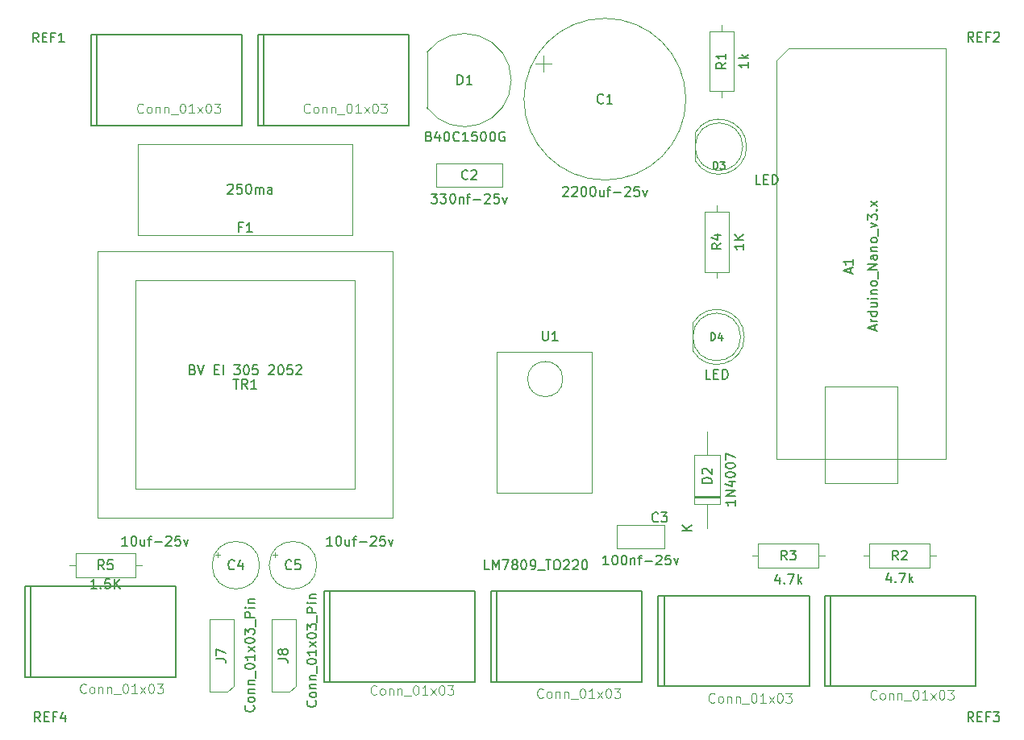
<source format=gbr>
%TF.GenerationSoftware,KiCad,Pcbnew,7.0.9*%
%TF.CreationDate,2024-05-06T10:06:48+02:00*%
%TF.ProjectId,Kicad_Passage_A_niveau_Stockage,4b696361-645f-4506-9173-736167655f41,rev?*%
%TF.SameCoordinates,Original*%
%TF.FileFunction,AssemblyDrawing,Top*%
%FSLAX46Y46*%
G04 Gerber Fmt 4.6, Leading zero omitted, Abs format (unit mm)*
G04 Created by KiCad (PCBNEW 7.0.9) date 2024-05-06 10:06:48*
%MOMM*%
%LPD*%
G01*
G04 APERTURE LIST*
%ADD10C,0.150000*%
%ADD11C,0.200000*%
%ADD12C,0.015000*%
%ADD13C,0.100000*%
%ADD14C,0.127000*%
%ADD15C,0.120000*%
G04 APERTURE END LIST*
D10*
X138249142Y-69640819D02*
X137772952Y-69640819D01*
X137772952Y-69640819D02*
X137772952Y-68640819D01*
X138582476Y-69117009D02*
X138915809Y-69117009D01*
X139058666Y-69640819D02*
X138582476Y-69640819D01*
X138582476Y-69640819D02*
X138582476Y-68640819D01*
X138582476Y-68640819D02*
X139058666Y-68640819D01*
X139487238Y-69640819D02*
X139487238Y-68640819D01*
X139487238Y-68640819D02*
X139725333Y-68640819D01*
X139725333Y-68640819D02*
X139868190Y-68688438D01*
X139868190Y-68688438D02*
X139963428Y-68783676D01*
X139963428Y-68783676D02*
X140011047Y-68878914D01*
X140011047Y-68878914D02*
X140058666Y-69069390D01*
X140058666Y-69069390D02*
X140058666Y-69212247D01*
X140058666Y-69212247D02*
X140011047Y-69402723D01*
X140011047Y-69402723D02*
X139963428Y-69497961D01*
X139963428Y-69497961D02*
X139868190Y-69593200D01*
X139868190Y-69593200D02*
X139725333Y-69640819D01*
X139725333Y-69640819D02*
X139487238Y-69640819D01*
D11*
X138281524Y-65585695D02*
X138281524Y-64785695D01*
X138281524Y-64785695D02*
X138472000Y-64785695D01*
X138472000Y-64785695D02*
X138586286Y-64823790D01*
X138586286Y-64823790D02*
X138662476Y-64899980D01*
X138662476Y-64899980D02*
X138700571Y-64976171D01*
X138700571Y-64976171D02*
X138738667Y-65128552D01*
X138738667Y-65128552D02*
X138738667Y-65242838D01*
X138738667Y-65242838D02*
X138700571Y-65395219D01*
X138700571Y-65395219D02*
X138662476Y-65471409D01*
X138662476Y-65471409D02*
X138586286Y-65547600D01*
X138586286Y-65547600D02*
X138472000Y-65585695D01*
X138472000Y-65585695D02*
X138281524Y-65585695D01*
X139424381Y-65052361D02*
X139424381Y-65585695D01*
X139233905Y-64747600D02*
X139043428Y-65319028D01*
X139043428Y-65319028D02*
X139538667Y-65319028D01*
D12*
X155658904Y-103257600D02*
X155611285Y-103305220D01*
X155611285Y-103305220D02*
X155468428Y-103352839D01*
X155468428Y-103352839D02*
X155373190Y-103352839D01*
X155373190Y-103352839D02*
X155230333Y-103305220D01*
X155230333Y-103305220D02*
X155135095Y-103209981D01*
X155135095Y-103209981D02*
X155087476Y-103114743D01*
X155087476Y-103114743D02*
X155039857Y-102924267D01*
X155039857Y-102924267D02*
X155039857Y-102781410D01*
X155039857Y-102781410D02*
X155087476Y-102590934D01*
X155087476Y-102590934D02*
X155135095Y-102495696D01*
X155135095Y-102495696D02*
X155230333Y-102400458D01*
X155230333Y-102400458D02*
X155373190Y-102352839D01*
X155373190Y-102352839D02*
X155468428Y-102352839D01*
X155468428Y-102352839D02*
X155611285Y-102400458D01*
X155611285Y-102400458D02*
X155658904Y-102448077D01*
X156230333Y-103352839D02*
X156135095Y-103305220D01*
X156135095Y-103305220D02*
X156087476Y-103257600D01*
X156087476Y-103257600D02*
X156039857Y-103162362D01*
X156039857Y-103162362D02*
X156039857Y-102876648D01*
X156039857Y-102876648D02*
X156087476Y-102781410D01*
X156087476Y-102781410D02*
X156135095Y-102733791D01*
X156135095Y-102733791D02*
X156230333Y-102686172D01*
X156230333Y-102686172D02*
X156373190Y-102686172D01*
X156373190Y-102686172D02*
X156468428Y-102733791D01*
X156468428Y-102733791D02*
X156516047Y-102781410D01*
X156516047Y-102781410D02*
X156563666Y-102876648D01*
X156563666Y-102876648D02*
X156563666Y-103162362D01*
X156563666Y-103162362D02*
X156516047Y-103257600D01*
X156516047Y-103257600D02*
X156468428Y-103305220D01*
X156468428Y-103305220D02*
X156373190Y-103352839D01*
X156373190Y-103352839D02*
X156230333Y-103352839D01*
X156992238Y-102686172D02*
X156992238Y-103352839D01*
X156992238Y-102781410D02*
X157039857Y-102733791D01*
X157039857Y-102733791D02*
X157135095Y-102686172D01*
X157135095Y-102686172D02*
X157277952Y-102686172D01*
X157277952Y-102686172D02*
X157373190Y-102733791D01*
X157373190Y-102733791D02*
X157420809Y-102829029D01*
X157420809Y-102829029D02*
X157420809Y-103352839D01*
X157897000Y-102686172D02*
X157897000Y-103352839D01*
X157897000Y-102781410D02*
X157944619Y-102733791D01*
X157944619Y-102733791D02*
X158039857Y-102686172D01*
X158039857Y-102686172D02*
X158182714Y-102686172D01*
X158182714Y-102686172D02*
X158277952Y-102733791D01*
X158277952Y-102733791D02*
X158325571Y-102829029D01*
X158325571Y-102829029D02*
X158325571Y-103352839D01*
X158563667Y-103448077D02*
X159325571Y-103448077D01*
X159754143Y-102352839D02*
X159849381Y-102352839D01*
X159849381Y-102352839D02*
X159944619Y-102400458D01*
X159944619Y-102400458D02*
X159992238Y-102448077D01*
X159992238Y-102448077D02*
X160039857Y-102543315D01*
X160039857Y-102543315D02*
X160087476Y-102733791D01*
X160087476Y-102733791D02*
X160087476Y-102971886D01*
X160087476Y-102971886D02*
X160039857Y-103162362D01*
X160039857Y-103162362D02*
X159992238Y-103257600D01*
X159992238Y-103257600D02*
X159944619Y-103305220D01*
X159944619Y-103305220D02*
X159849381Y-103352839D01*
X159849381Y-103352839D02*
X159754143Y-103352839D01*
X159754143Y-103352839D02*
X159658905Y-103305220D01*
X159658905Y-103305220D02*
X159611286Y-103257600D01*
X159611286Y-103257600D02*
X159563667Y-103162362D01*
X159563667Y-103162362D02*
X159516048Y-102971886D01*
X159516048Y-102971886D02*
X159516048Y-102733791D01*
X159516048Y-102733791D02*
X159563667Y-102543315D01*
X159563667Y-102543315D02*
X159611286Y-102448077D01*
X159611286Y-102448077D02*
X159658905Y-102400458D01*
X159658905Y-102400458D02*
X159754143Y-102352839D01*
X161039857Y-103352839D02*
X160468429Y-103352839D01*
X160754143Y-103352839D02*
X160754143Y-102352839D01*
X160754143Y-102352839D02*
X160658905Y-102495696D01*
X160658905Y-102495696D02*
X160563667Y-102590934D01*
X160563667Y-102590934D02*
X160468429Y-102638553D01*
X161373191Y-103352839D02*
X161897000Y-102686172D01*
X161373191Y-102686172D02*
X161897000Y-103352839D01*
X162468429Y-102352839D02*
X162563667Y-102352839D01*
X162563667Y-102352839D02*
X162658905Y-102400458D01*
X162658905Y-102400458D02*
X162706524Y-102448077D01*
X162706524Y-102448077D02*
X162754143Y-102543315D01*
X162754143Y-102543315D02*
X162801762Y-102733791D01*
X162801762Y-102733791D02*
X162801762Y-102971886D01*
X162801762Y-102971886D02*
X162754143Y-103162362D01*
X162754143Y-103162362D02*
X162706524Y-103257600D01*
X162706524Y-103257600D02*
X162658905Y-103305220D01*
X162658905Y-103305220D02*
X162563667Y-103352839D01*
X162563667Y-103352839D02*
X162468429Y-103352839D01*
X162468429Y-103352839D02*
X162373191Y-103305220D01*
X162373191Y-103305220D02*
X162325572Y-103257600D01*
X162325572Y-103257600D02*
X162277953Y-103162362D01*
X162277953Y-103162362D02*
X162230334Y-102971886D01*
X162230334Y-102971886D02*
X162230334Y-102733791D01*
X162230334Y-102733791D02*
X162277953Y-102543315D01*
X162277953Y-102543315D02*
X162325572Y-102448077D01*
X162325572Y-102448077D02*
X162373191Y-102400458D01*
X162373191Y-102400458D02*
X162468429Y-102352839D01*
X163135096Y-102352839D02*
X163754143Y-102352839D01*
X163754143Y-102352839D02*
X163420810Y-102733791D01*
X163420810Y-102733791D02*
X163563667Y-102733791D01*
X163563667Y-102733791D02*
X163658905Y-102781410D01*
X163658905Y-102781410D02*
X163706524Y-102829029D01*
X163706524Y-102829029D02*
X163754143Y-102924267D01*
X163754143Y-102924267D02*
X163754143Y-103162362D01*
X163754143Y-103162362D02*
X163706524Y-103257600D01*
X163706524Y-103257600D02*
X163658905Y-103305220D01*
X163658905Y-103305220D02*
X163563667Y-103352839D01*
X163563667Y-103352839D02*
X163277953Y-103352839D01*
X163277953Y-103352839D02*
X163182715Y-103305220D01*
X163182715Y-103305220D02*
X163135096Y-103257600D01*
D10*
X77016047Y-87180819D02*
X76444619Y-87180819D01*
X76730333Y-87180819D02*
X76730333Y-86180819D01*
X76730333Y-86180819D02*
X76635095Y-86323676D01*
X76635095Y-86323676D02*
X76539857Y-86418914D01*
X76539857Y-86418914D02*
X76444619Y-86466533D01*
X77635095Y-86180819D02*
X77730333Y-86180819D01*
X77730333Y-86180819D02*
X77825571Y-86228438D01*
X77825571Y-86228438D02*
X77873190Y-86276057D01*
X77873190Y-86276057D02*
X77920809Y-86371295D01*
X77920809Y-86371295D02*
X77968428Y-86561771D01*
X77968428Y-86561771D02*
X77968428Y-86799866D01*
X77968428Y-86799866D02*
X77920809Y-86990342D01*
X77920809Y-86990342D02*
X77873190Y-87085580D01*
X77873190Y-87085580D02*
X77825571Y-87133200D01*
X77825571Y-87133200D02*
X77730333Y-87180819D01*
X77730333Y-87180819D02*
X77635095Y-87180819D01*
X77635095Y-87180819D02*
X77539857Y-87133200D01*
X77539857Y-87133200D02*
X77492238Y-87085580D01*
X77492238Y-87085580D02*
X77444619Y-86990342D01*
X77444619Y-86990342D02*
X77397000Y-86799866D01*
X77397000Y-86799866D02*
X77397000Y-86561771D01*
X77397000Y-86561771D02*
X77444619Y-86371295D01*
X77444619Y-86371295D02*
X77492238Y-86276057D01*
X77492238Y-86276057D02*
X77539857Y-86228438D01*
X77539857Y-86228438D02*
X77635095Y-86180819D01*
X78825571Y-86514152D02*
X78825571Y-87180819D01*
X78397000Y-86514152D02*
X78397000Y-87037961D01*
X78397000Y-87037961D02*
X78444619Y-87133200D01*
X78444619Y-87133200D02*
X78539857Y-87180819D01*
X78539857Y-87180819D02*
X78682714Y-87180819D01*
X78682714Y-87180819D02*
X78777952Y-87133200D01*
X78777952Y-87133200D02*
X78825571Y-87085580D01*
X79158905Y-86514152D02*
X79539857Y-86514152D01*
X79301762Y-87180819D02*
X79301762Y-86323676D01*
X79301762Y-86323676D02*
X79349381Y-86228438D01*
X79349381Y-86228438D02*
X79444619Y-86180819D01*
X79444619Y-86180819D02*
X79539857Y-86180819D01*
X79873191Y-86799866D02*
X80635096Y-86799866D01*
X81063667Y-86276057D02*
X81111286Y-86228438D01*
X81111286Y-86228438D02*
X81206524Y-86180819D01*
X81206524Y-86180819D02*
X81444619Y-86180819D01*
X81444619Y-86180819D02*
X81539857Y-86228438D01*
X81539857Y-86228438D02*
X81587476Y-86276057D01*
X81587476Y-86276057D02*
X81635095Y-86371295D01*
X81635095Y-86371295D02*
X81635095Y-86466533D01*
X81635095Y-86466533D02*
X81587476Y-86609390D01*
X81587476Y-86609390D02*
X81016048Y-87180819D01*
X81016048Y-87180819D02*
X81635095Y-87180819D01*
X82539857Y-86180819D02*
X82063667Y-86180819D01*
X82063667Y-86180819D02*
X82016048Y-86657009D01*
X82016048Y-86657009D02*
X82063667Y-86609390D01*
X82063667Y-86609390D02*
X82158905Y-86561771D01*
X82158905Y-86561771D02*
X82397000Y-86561771D01*
X82397000Y-86561771D02*
X82492238Y-86609390D01*
X82492238Y-86609390D02*
X82539857Y-86657009D01*
X82539857Y-86657009D02*
X82587476Y-86752247D01*
X82587476Y-86752247D02*
X82587476Y-86990342D01*
X82587476Y-86990342D02*
X82539857Y-87085580D01*
X82539857Y-87085580D02*
X82492238Y-87133200D01*
X82492238Y-87133200D02*
X82397000Y-87180819D01*
X82397000Y-87180819D02*
X82158905Y-87180819D01*
X82158905Y-87180819D02*
X82063667Y-87133200D01*
X82063667Y-87133200D02*
X82016048Y-87085580D01*
X82920810Y-86514152D02*
X83158905Y-87180819D01*
X83158905Y-87180819D02*
X83397000Y-86514152D01*
X88230333Y-89585580D02*
X88182714Y-89633200D01*
X88182714Y-89633200D02*
X88039857Y-89680819D01*
X88039857Y-89680819D02*
X87944619Y-89680819D01*
X87944619Y-89680819D02*
X87801762Y-89633200D01*
X87801762Y-89633200D02*
X87706524Y-89537961D01*
X87706524Y-89537961D02*
X87658905Y-89442723D01*
X87658905Y-89442723D02*
X87611286Y-89252247D01*
X87611286Y-89252247D02*
X87611286Y-89109390D01*
X87611286Y-89109390D02*
X87658905Y-88918914D01*
X87658905Y-88918914D02*
X87706524Y-88823676D01*
X87706524Y-88823676D02*
X87801762Y-88728438D01*
X87801762Y-88728438D02*
X87944619Y-88680819D01*
X87944619Y-88680819D02*
X88039857Y-88680819D01*
X88039857Y-88680819D02*
X88182714Y-88728438D01*
X88182714Y-88728438D02*
X88230333Y-88776057D01*
X89087476Y-89014152D02*
X89087476Y-89680819D01*
X88849381Y-88633200D02*
X88611286Y-89347485D01*
X88611286Y-89347485D02*
X89230333Y-89347485D01*
X83873190Y-68657009D02*
X84016047Y-68704628D01*
X84016047Y-68704628D02*
X84063666Y-68752247D01*
X84063666Y-68752247D02*
X84111285Y-68847485D01*
X84111285Y-68847485D02*
X84111285Y-68990342D01*
X84111285Y-68990342D02*
X84063666Y-69085580D01*
X84063666Y-69085580D02*
X84016047Y-69133200D01*
X84016047Y-69133200D02*
X83920809Y-69180819D01*
X83920809Y-69180819D02*
X83539857Y-69180819D01*
X83539857Y-69180819D02*
X83539857Y-68180819D01*
X83539857Y-68180819D02*
X83873190Y-68180819D01*
X83873190Y-68180819D02*
X83968428Y-68228438D01*
X83968428Y-68228438D02*
X84016047Y-68276057D01*
X84016047Y-68276057D02*
X84063666Y-68371295D01*
X84063666Y-68371295D02*
X84063666Y-68466533D01*
X84063666Y-68466533D02*
X84016047Y-68561771D01*
X84016047Y-68561771D02*
X83968428Y-68609390D01*
X83968428Y-68609390D02*
X83873190Y-68657009D01*
X83873190Y-68657009D02*
X83539857Y-68657009D01*
X84397000Y-68180819D02*
X84730333Y-69180819D01*
X84730333Y-69180819D02*
X85063666Y-68180819D01*
X86158905Y-68657009D02*
X86492238Y-68657009D01*
X86635095Y-69180819D02*
X86158905Y-69180819D01*
X86158905Y-69180819D02*
X86158905Y-68180819D01*
X86158905Y-68180819D02*
X86635095Y-68180819D01*
X87063667Y-69180819D02*
X87063667Y-68180819D01*
X88206524Y-68180819D02*
X88825571Y-68180819D01*
X88825571Y-68180819D02*
X88492238Y-68561771D01*
X88492238Y-68561771D02*
X88635095Y-68561771D01*
X88635095Y-68561771D02*
X88730333Y-68609390D01*
X88730333Y-68609390D02*
X88777952Y-68657009D01*
X88777952Y-68657009D02*
X88825571Y-68752247D01*
X88825571Y-68752247D02*
X88825571Y-68990342D01*
X88825571Y-68990342D02*
X88777952Y-69085580D01*
X88777952Y-69085580D02*
X88730333Y-69133200D01*
X88730333Y-69133200D02*
X88635095Y-69180819D01*
X88635095Y-69180819D02*
X88349381Y-69180819D01*
X88349381Y-69180819D02*
X88254143Y-69133200D01*
X88254143Y-69133200D02*
X88206524Y-69085580D01*
X89444619Y-68180819D02*
X89539857Y-68180819D01*
X89539857Y-68180819D02*
X89635095Y-68228438D01*
X89635095Y-68228438D02*
X89682714Y-68276057D01*
X89682714Y-68276057D02*
X89730333Y-68371295D01*
X89730333Y-68371295D02*
X89777952Y-68561771D01*
X89777952Y-68561771D02*
X89777952Y-68799866D01*
X89777952Y-68799866D02*
X89730333Y-68990342D01*
X89730333Y-68990342D02*
X89682714Y-69085580D01*
X89682714Y-69085580D02*
X89635095Y-69133200D01*
X89635095Y-69133200D02*
X89539857Y-69180819D01*
X89539857Y-69180819D02*
X89444619Y-69180819D01*
X89444619Y-69180819D02*
X89349381Y-69133200D01*
X89349381Y-69133200D02*
X89301762Y-69085580D01*
X89301762Y-69085580D02*
X89254143Y-68990342D01*
X89254143Y-68990342D02*
X89206524Y-68799866D01*
X89206524Y-68799866D02*
X89206524Y-68561771D01*
X89206524Y-68561771D02*
X89254143Y-68371295D01*
X89254143Y-68371295D02*
X89301762Y-68276057D01*
X89301762Y-68276057D02*
X89349381Y-68228438D01*
X89349381Y-68228438D02*
X89444619Y-68180819D01*
X90682714Y-68180819D02*
X90206524Y-68180819D01*
X90206524Y-68180819D02*
X90158905Y-68657009D01*
X90158905Y-68657009D02*
X90206524Y-68609390D01*
X90206524Y-68609390D02*
X90301762Y-68561771D01*
X90301762Y-68561771D02*
X90539857Y-68561771D01*
X90539857Y-68561771D02*
X90635095Y-68609390D01*
X90635095Y-68609390D02*
X90682714Y-68657009D01*
X90682714Y-68657009D02*
X90730333Y-68752247D01*
X90730333Y-68752247D02*
X90730333Y-68990342D01*
X90730333Y-68990342D02*
X90682714Y-69085580D01*
X90682714Y-69085580D02*
X90635095Y-69133200D01*
X90635095Y-69133200D02*
X90539857Y-69180819D01*
X90539857Y-69180819D02*
X90301762Y-69180819D01*
X90301762Y-69180819D02*
X90206524Y-69133200D01*
X90206524Y-69133200D02*
X90158905Y-69085580D01*
X91873191Y-68276057D02*
X91920810Y-68228438D01*
X91920810Y-68228438D02*
X92016048Y-68180819D01*
X92016048Y-68180819D02*
X92254143Y-68180819D01*
X92254143Y-68180819D02*
X92349381Y-68228438D01*
X92349381Y-68228438D02*
X92397000Y-68276057D01*
X92397000Y-68276057D02*
X92444619Y-68371295D01*
X92444619Y-68371295D02*
X92444619Y-68466533D01*
X92444619Y-68466533D02*
X92397000Y-68609390D01*
X92397000Y-68609390D02*
X91825572Y-69180819D01*
X91825572Y-69180819D02*
X92444619Y-69180819D01*
X93063667Y-68180819D02*
X93158905Y-68180819D01*
X93158905Y-68180819D02*
X93254143Y-68228438D01*
X93254143Y-68228438D02*
X93301762Y-68276057D01*
X93301762Y-68276057D02*
X93349381Y-68371295D01*
X93349381Y-68371295D02*
X93397000Y-68561771D01*
X93397000Y-68561771D02*
X93397000Y-68799866D01*
X93397000Y-68799866D02*
X93349381Y-68990342D01*
X93349381Y-68990342D02*
X93301762Y-69085580D01*
X93301762Y-69085580D02*
X93254143Y-69133200D01*
X93254143Y-69133200D02*
X93158905Y-69180819D01*
X93158905Y-69180819D02*
X93063667Y-69180819D01*
X93063667Y-69180819D02*
X92968429Y-69133200D01*
X92968429Y-69133200D02*
X92920810Y-69085580D01*
X92920810Y-69085580D02*
X92873191Y-68990342D01*
X92873191Y-68990342D02*
X92825572Y-68799866D01*
X92825572Y-68799866D02*
X92825572Y-68561771D01*
X92825572Y-68561771D02*
X92873191Y-68371295D01*
X92873191Y-68371295D02*
X92920810Y-68276057D01*
X92920810Y-68276057D02*
X92968429Y-68228438D01*
X92968429Y-68228438D02*
X93063667Y-68180819D01*
X94301762Y-68180819D02*
X93825572Y-68180819D01*
X93825572Y-68180819D02*
X93777953Y-68657009D01*
X93777953Y-68657009D02*
X93825572Y-68609390D01*
X93825572Y-68609390D02*
X93920810Y-68561771D01*
X93920810Y-68561771D02*
X94158905Y-68561771D01*
X94158905Y-68561771D02*
X94254143Y-68609390D01*
X94254143Y-68609390D02*
X94301762Y-68657009D01*
X94301762Y-68657009D02*
X94349381Y-68752247D01*
X94349381Y-68752247D02*
X94349381Y-68990342D01*
X94349381Y-68990342D02*
X94301762Y-69085580D01*
X94301762Y-69085580D02*
X94254143Y-69133200D01*
X94254143Y-69133200D02*
X94158905Y-69180819D01*
X94158905Y-69180819D02*
X93920810Y-69180819D01*
X93920810Y-69180819D02*
X93825572Y-69133200D01*
X93825572Y-69133200D02*
X93777953Y-69085580D01*
X94730334Y-68276057D02*
X94777953Y-68228438D01*
X94777953Y-68228438D02*
X94873191Y-68180819D01*
X94873191Y-68180819D02*
X95111286Y-68180819D01*
X95111286Y-68180819D02*
X95206524Y-68228438D01*
X95206524Y-68228438D02*
X95254143Y-68276057D01*
X95254143Y-68276057D02*
X95301762Y-68371295D01*
X95301762Y-68371295D02*
X95301762Y-68466533D01*
X95301762Y-68466533D02*
X95254143Y-68609390D01*
X95254143Y-68609390D02*
X94682715Y-69180819D01*
X94682715Y-69180819D02*
X95301762Y-69180819D01*
X88135095Y-69680819D02*
X88706523Y-69680819D01*
X88420809Y-70680819D02*
X88420809Y-69680819D01*
X89611285Y-70680819D02*
X89277952Y-70204628D01*
X89039857Y-70680819D02*
X89039857Y-69680819D01*
X89039857Y-69680819D02*
X89420809Y-69680819D01*
X89420809Y-69680819D02*
X89516047Y-69728438D01*
X89516047Y-69728438D02*
X89563666Y-69776057D01*
X89563666Y-69776057D02*
X89611285Y-69871295D01*
X89611285Y-69871295D02*
X89611285Y-70014152D01*
X89611285Y-70014152D02*
X89563666Y-70109390D01*
X89563666Y-70109390D02*
X89516047Y-70157009D01*
X89516047Y-70157009D02*
X89420809Y-70204628D01*
X89420809Y-70204628D02*
X89039857Y-70204628D01*
X90563666Y-70680819D02*
X89992238Y-70680819D01*
X90277952Y-70680819D02*
X90277952Y-69680819D01*
X90277952Y-69680819D02*
X90182714Y-69823676D01*
X90182714Y-69823676D02*
X90087476Y-69918914D01*
X90087476Y-69918914D02*
X89992238Y-69966533D01*
X142221819Y-36345047D02*
X142221819Y-36916475D01*
X142221819Y-36630761D02*
X141221819Y-36630761D01*
X141221819Y-36630761D02*
X141364676Y-36725999D01*
X141364676Y-36725999D02*
X141459914Y-36821237D01*
X141459914Y-36821237D02*
X141507533Y-36916475D01*
X142221819Y-35916475D02*
X141221819Y-35916475D01*
X141840866Y-35821237D02*
X142221819Y-35535523D01*
X141555152Y-35535523D02*
X141936104Y-35916475D01*
X139851819Y-36392666D02*
X139375628Y-36725999D01*
X139851819Y-36964094D02*
X138851819Y-36964094D01*
X138851819Y-36964094D02*
X138851819Y-36583142D01*
X138851819Y-36583142D02*
X138899438Y-36487904D01*
X138899438Y-36487904D02*
X138947057Y-36440285D01*
X138947057Y-36440285D02*
X139042295Y-36392666D01*
X139042295Y-36392666D02*
X139185152Y-36392666D01*
X139185152Y-36392666D02*
X139280390Y-36440285D01*
X139280390Y-36440285D02*
X139328009Y-36487904D01*
X139328009Y-36487904D02*
X139375628Y-36583142D01*
X139375628Y-36583142D02*
X139375628Y-36964094D01*
X139851819Y-35440285D02*
X139851819Y-36011713D01*
X139851819Y-35725999D02*
X138851819Y-35725999D01*
X138851819Y-35725999D02*
X138994676Y-35821237D01*
X138994676Y-35821237D02*
X139089914Y-35916475D01*
X139089914Y-35916475D02*
X139137533Y-36011713D01*
X96756580Y-103495524D02*
X96804200Y-103543143D01*
X96804200Y-103543143D02*
X96851819Y-103686000D01*
X96851819Y-103686000D02*
X96851819Y-103781238D01*
X96851819Y-103781238D02*
X96804200Y-103924095D01*
X96804200Y-103924095D02*
X96708961Y-104019333D01*
X96708961Y-104019333D02*
X96613723Y-104066952D01*
X96613723Y-104066952D02*
X96423247Y-104114571D01*
X96423247Y-104114571D02*
X96280390Y-104114571D01*
X96280390Y-104114571D02*
X96089914Y-104066952D01*
X96089914Y-104066952D02*
X95994676Y-104019333D01*
X95994676Y-104019333D02*
X95899438Y-103924095D01*
X95899438Y-103924095D02*
X95851819Y-103781238D01*
X95851819Y-103781238D02*
X95851819Y-103686000D01*
X95851819Y-103686000D02*
X95899438Y-103543143D01*
X95899438Y-103543143D02*
X95947057Y-103495524D01*
X96851819Y-102924095D02*
X96804200Y-103019333D01*
X96804200Y-103019333D02*
X96756580Y-103066952D01*
X96756580Y-103066952D02*
X96661342Y-103114571D01*
X96661342Y-103114571D02*
X96375628Y-103114571D01*
X96375628Y-103114571D02*
X96280390Y-103066952D01*
X96280390Y-103066952D02*
X96232771Y-103019333D01*
X96232771Y-103019333D02*
X96185152Y-102924095D01*
X96185152Y-102924095D02*
X96185152Y-102781238D01*
X96185152Y-102781238D02*
X96232771Y-102686000D01*
X96232771Y-102686000D02*
X96280390Y-102638381D01*
X96280390Y-102638381D02*
X96375628Y-102590762D01*
X96375628Y-102590762D02*
X96661342Y-102590762D01*
X96661342Y-102590762D02*
X96756580Y-102638381D01*
X96756580Y-102638381D02*
X96804200Y-102686000D01*
X96804200Y-102686000D02*
X96851819Y-102781238D01*
X96851819Y-102781238D02*
X96851819Y-102924095D01*
X96185152Y-102162190D02*
X96851819Y-102162190D01*
X96280390Y-102162190D02*
X96232771Y-102114571D01*
X96232771Y-102114571D02*
X96185152Y-102019333D01*
X96185152Y-102019333D02*
X96185152Y-101876476D01*
X96185152Y-101876476D02*
X96232771Y-101781238D01*
X96232771Y-101781238D02*
X96328009Y-101733619D01*
X96328009Y-101733619D02*
X96851819Y-101733619D01*
X96185152Y-101257428D02*
X96851819Y-101257428D01*
X96280390Y-101257428D02*
X96232771Y-101209809D01*
X96232771Y-101209809D02*
X96185152Y-101114571D01*
X96185152Y-101114571D02*
X96185152Y-100971714D01*
X96185152Y-100971714D02*
X96232771Y-100876476D01*
X96232771Y-100876476D02*
X96328009Y-100828857D01*
X96328009Y-100828857D02*
X96851819Y-100828857D01*
X96947057Y-100590762D02*
X96947057Y-99828857D01*
X95851819Y-99400285D02*
X95851819Y-99305047D01*
X95851819Y-99305047D02*
X95899438Y-99209809D01*
X95899438Y-99209809D02*
X95947057Y-99162190D01*
X95947057Y-99162190D02*
X96042295Y-99114571D01*
X96042295Y-99114571D02*
X96232771Y-99066952D01*
X96232771Y-99066952D02*
X96470866Y-99066952D01*
X96470866Y-99066952D02*
X96661342Y-99114571D01*
X96661342Y-99114571D02*
X96756580Y-99162190D01*
X96756580Y-99162190D02*
X96804200Y-99209809D01*
X96804200Y-99209809D02*
X96851819Y-99305047D01*
X96851819Y-99305047D02*
X96851819Y-99400285D01*
X96851819Y-99400285D02*
X96804200Y-99495523D01*
X96804200Y-99495523D02*
X96756580Y-99543142D01*
X96756580Y-99543142D02*
X96661342Y-99590761D01*
X96661342Y-99590761D02*
X96470866Y-99638380D01*
X96470866Y-99638380D02*
X96232771Y-99638380D01*
X96232771Y-99638380D02*
X96042295Y-99590761D01*
X96042295Y-99590761D02*
X95947057Y-99543142D01*
X95947057Y-99543142D02*
X95899438Y-99495523D01*
X95899438Y-99495523D02*
X95851819Y-99400285D01*
X96851819Y-98114571D02*
X96851819Y-98685999D01*
X96851819Y-98400285D02*
X95851819Y-98400285D01*
X95851819Y-98400285D02*
X95994676Y-98495523D01*
X95994676Y-98495523D02*
X96089914Y-98590761D01*
X96089914Y-98590761D02*
X96137533Y-98685999D01*
X96851819Y-97781237D02*
X96185152Y-97257428D01*
X96185152Y-97781237D02*
X96851819Y-97257428D01*
X95851819Y-96685999D02*
X95851819Y-96590761D01*
X95851819Y-96590761D02*
X95899438Y-96495523D01*
X95899438Y-96495523D02*
X95947057Y-96447904D01*
X95947057Y-96447904D02*
X96042295Y-96400285D01*
X96042295Y-96400285D02*
X96232771Y-96352666D01*
X96232771Y-96352666D02*
X96470866Y-96352666D01*
X96470866Y-96352666D02*
X96661342Y-96400285D01*
X96661342Y-96400285D02*
X96756580Y-96447904D01*
X96756580Y-96447904D02*
X96804200Y-96495523D01*
X96804200Y-96495523D02*
X96851819Y-96590761D01*
X96851819Y-96590761D02*
X96851819Y-96685999D01*
X96851819Y-96685999D02*
X96804200Y-96781237D01*
X96804200Y-96781237D02*
X96756580Y-96828856D01*
X96756580Y-96828856D02*
X96661342Y-96876475D01*
X96661342Y-96876475D02*
X96470866Y-96924094D01*
X96470866Y-96924094D02*
X96232771Y-96924094D01*
X96232771Y-96924094D02*
X96042295Y-96876475D01*
X96042295Y-96876475D02*
X95947057Y-96828856D01*
X95947057Y-96828856D02*
X95899438Y-96781237D01*
X95899438Y-96781237D02*
X95851819Y-96685999D01*
X95851819Y-96019332D02*
X95851819Y-95400285D01*
X95851819Y-95400285D02*
X96232771Y-95733618D01*
X96232771Y-95733618D02*
X96232771Y-95590761D01*
X96232771Y-95590761D02*
X96280390Y-95495523D01*
X96280390Y-95495523D02*
X96328009Y-95447904D01*
X96328009Y-95447904D02*
X96423247Y-95400285D01*
X96423247Y-95400285D02*
X96661342Y-95400285D01*
X96661342Y-95400285D02*
X96756580Y-95447904D01*
X96756580Y-95447904D02*
X96804200Y-95495523D01*
X96804200Y-95495523D02*
X96851819Y-95590761D01*
X96851819Y-95590761D02*
X96851819Y-95876475D01*
X96851819Y-95876475D02*
X96804200Y-95971713D01*
X96804200Y-95971713D02*
X96756580Y-96019332D01*
X96947057Y-95209809D02*
X96947057Y-94447904D01*
X96851819Y-94209808D02*
X95851819Y-94209808D01*
X95851819Y-94209808D02*
X95851819Y-93828856D01*
X95851819Y-93828856D02*
X95899438Y-93733618D01*
X95899438Y-93733618D02*
X95947057Y-93685999D01*
X95947057Y-93685999D02*
X96042295Y-93638380D01*
X96042295Y-93638380D02*
X96185152Y-93638380D01*
X96185152Y-93638380D02*
X96280390Y-93685999D01*
X96280390Y-93685999D02*
X96328009Y-93733618D01*
X96328009Y-93733618D02*
X96375628Y-93828856D01*
X96375628Y-93828856D02*
X96375628Y-94209808D01*
X96851819Y-93209808D02*
X96185152Y-93209808D01*
X95851819Y-93209808D02*
X95899438Y-93257427D01*
X95899438Y-93257427D02*
X95947057Y-93209808D01*
X95947057Y-93209808D02*
X95899438Y-93162189D01*
X95899438Y-93162189D02*
X95851819Y-93209808D01*
X95851819Y-93209808D02*
X95947057Y-93209808D01*
X96185152Y-92733618D02*
X96851819Y-92733618D01*
X96280390Y-92733618D02*
X96232771Y-92685999D01*
X96232771Y-92685999D02*
X96185152Y-92590761D01*
X96185152Y-92590761D02*
X96185152Y-92447904D01*
X96185152Y-92447904D02*
X96232771Y-92352666D01*
X96232771Y-92352666D02*
X96328009Y-92305047D01*
X96328009Y-92305047D02*
X96851819Y-92305047D01*
X92851819Y-99059333D02*
X93566104Y-99059333D01*
X93566104Y-99059333D02*
X93708961Y-99106952D01*
X93708961Y-99106952D02*
X93804200Y-99202190D01*
X93804200Y-99202190D02*
X93851819Y-99345047D01*
X93851819Y-99345047D02*
X93851819Y-99440285D01*
X93280390Y-98440285D02*
X93232771Y-98535523D01*
X93232771Y-98535523D02*
X93185152Y-98583142D01*
X93185152Y-98583142D02*
X93089914Y-98630761D01*
X93089914Y-98630761D02*
X93042295Y-98630761D01*
X93042295Y-98630761D02*
X92947057Y-98583142D01*
X92947057Y-98583142D02*
X92899438Y-98535523D01*
X92899438Y-98535523D02*
X92851819Y-98440285D01*
X92851819Y-98440285D02*
X92851819Y-98249809D01*
X92851819Y-98249809D02*
X92899438Y-98154571D01*
X92899438Y-98154571D02*
X92947057Y-98106952D01*
X92947057Y-98106952D02*
X93042295Y-98059333D01*
X93042295Y-98059333D02*
X93089914Y-98059333D01*
X93089914Y-98059333D02*
X93185152Y-98106952D01*
X93185152Y-98106952D02*
X93232771Y-98154571D01*
X93232771Y-98154571D02*
X93280390Y-98249809D01*
X93280390Y-98249809D02*
X93280390Y-98440285D01*
X93280390Y-98440285D02*
X93328009Y-98535523D01*
X93328009Y-98535523D02*
X93375628Y-98583142D01*
X93375628Y-98583142D02*
X93470866Y-98630761D01*
X93470866Y-98630761D02*
X93661342Y-98630761D01*
X93661342Y-98630761D02*
X93756580Y-98583142D01*
X93756580Y-98583142D02*
X93804200Y-98535523D01*
X93804200Y-98535523D02*
X93851819Y-98440285D01*
X93851819Y-98440285D02*
X93851819Y-98249809D01*
X93851819Y-98249809D02*
X93804200Y-98154571D01*
X93804200Y-98154571D02*
X93756580Y-98106952D01*
X93756580Y-98106952D02*
X93661342Y-98059333D01*
X93661342Y-98059333D02*
X93470866Y-98059333D01*
X93470866Y-98059333D02*
X93375628Y-98106952D01*
X93375628Y-98106952D02*
X93328009Y-98154571D01*
X93328009Y-98154571D02*
X93280390Y-98249809D01*
X143489142Y-49180819D02*
X143012952Y-49180819D01*
X143012952Y-49180819D02*
X143012952Y-48180819D01*
X143822476Y-48657009D02*
X144155809Y-48657009D01*
X144298666Y-49180819D02*
X143822476Y-49180819D01*
X143822476Y-49180819D02*
X143822476Y-48180819D01*
X143822476Y-48180819D02*
X144298666Y-48180819D01*
X144727238Y-49180819D02*
X144727238Y-48180819D01*
X144727238Y-48180819D02*
X144965333Y-48180819D01*
X144965333Y-48180819D02*
X145108190Y-48228438D01*
X145108190Y-48228438D02*
X145203428Y-48323676D01*
X145203428Y-48323676D02*
X145251047Y-48418914D01*
X145251047Y-48418914D02*
X145298666Y-48609390D01*
X145298666Y-48609390D02*
X145298666Y-48752247D01*
X145298666Y-48752247D02*
X145251047Y-48942723D01*
X145251047Y-48942723D02*
X145203428Y-49037961D01*
X145203428Y-49037961D02*
X145108190Y-49133200D01*
X145108190Y-49133200D02*
X144965333Y-49180819D01*
X144965333Y-49180819D02*
X144727238Y-49180819D01*
D11*
X138541524Y-47585695D02*
X138541524Y-46785695D01*
X138541524Y-46785695D02*
X138732000Y-46785695D01*
X138732000Y-46785695D02*
X138846286Y-46823790D01*
X138846286Y-46823790D02*
X138922476Y-46899980D01*
X138922476Y-46899980D02*
X138960571Y-46976171D01*
X138960571Y-46976171D02*
X138998667Y-47128552D01*
X138998667Y-47128552D02*
X138998667Y-47242838D01*
X138998667Y-47242838D02*
X138960571Y-47395219D01*
X138960571Y-47395219D02*
X138922476Y-47471409D01*
X138922476Y-47471409D02*
X138846286Y-47547600D01*
X138846286Y-47547600D02*
X138732000Y-47585695D01*
X138732000Y-47585695D02*
X138541524Y-47585695D01*
X139265333Y-46785695D02*
X139760571Y-46785695D01*
X139760571Y-46785695D02*
X139493905Y-47090457D01*
X139493905Y-47090457D02*
X139608190Y-47090457D01*
X139608190Y-47090457D02*
X139684381Y-47128552D01*
X139684381Y-47128552D02*
X139722476Y-47166647D01*
X139722476Y-47166647D02*
X139760571Y-47242838D01*
X139760571Y-47242838D02*
X139760571Y-47433314D01*
X139760571Y-47433314D02*
X139722476Y-47509504D01*
X139722476Y-47509504D02*
X139684381Y-47547600D01*
X139684381Y-47547600D02*
X139608190Y-47585695D01*
X139608190Y-47585695D02*
X139379619Y-47585695D01*
X139379619Y-47585695D02*
X139303428Y-47547600D01*
X139303428Y-47547600D02*
X139265333Y-47509504D01*
D10*
X90256580Y-103995524D02*
X90304200Y-104043143D01*
X90304200Y-104043143D02*
X90351819Y-104186000D01*
X90351819Y-104186000D02*
X90351819Y-104281238D01*
X90351819Y-104281238D02*
X90304200Y-104424095D01*
X90304200Y-104424095D02*
X90208961Y-104519333D01*
X90208961Y-104519333D02*
X90113723Y-104566952D01*
X90113723Y-104566952D02*
X89923247Y-104614571D01*
X89923247Y-104614571D02*
X89780390Y-104614571D01*
X89780390Y-104614571D02*
X89589914Y-104566952D01*
X89589914Y-104566952D02*
X89494676Y-104519333D01*
X89494676Y-104519333D02*
X89399438Y-104424095D01*
X89399438Y-104424095D02*
X89351819Y-104281238D01*
X89351819Y-104281238D02*
X89351819Y-104186000D01*
X89351819Y-104186000D02*
X89399438Y-104043143D01*
X89399438Y-104043143D02*
X89447057Y-103995524D01*
X90351819Y-103424095D02*
X90304200Y-103519333D01*
X90304200Y-103519333D02*
X90256580Y-103566952D01*
X90256580Y-103566952D02*
X90161342Y-103614571D01*
X90161342Y-103614571D02*
X89875628Y-103614571D01*
X89875628Y-103614571D02*
X89780390Y-103566952D01*
X89780390Y-103566952D02*
X89732771Y-103519333D01*
X89732771Y-103519333D02*
X89685152Y-103424095D01*
X89685152Y-103424095D02*
X89685152Y-103281238D01*
X89685152Y-103281238D02*
X89732771Y-103186000D01*
X89732771Y-103186000D02*
X89780390Y-103138381D01*
X89780390Y-103138381D02*
X89875628Y-103090762D01*
X89875628Y-103090762D02*
X90161342Y-103090762D01*
X90161342Y-103090762D02*
X90256580Y-103138381D01*
X90256580Y-103138381D02*
X90304200Y-103186000D01*
X90304200Y-103186000D02*
X90351819Y-103281238D01*
X90351819Y-103281238D02*
X90351819Y-103424095D01*
X89685152Y-102662190D02*
X90351819Y-102662190D01*
X89780390Y-102662190D02*
X89732771Y-102614571D01*
X89732771Y-102614571D02*
X89685152Y-102519333D01*
X89685152Y-102519333D02*
X89685152Y-102376476D01*
X89685152Y-102376476D02*
X89732771Y-102281238D01*
X89732771Y-102281238D02*
X89828009Y-102233619D01*
X89828009Y-102233619D02*
X90351819Y-102233619D01*
X89685152Y-101757428D02*
X90351819Y-101757428D01*
X89780390Y-101757428D02*
X89732771Y-101709809D01*
X89732771Y-101709809D02*
X89685152Y-101614571D01*
X89685152Y-101614571D02*
X89685152Y-101471714D01*
X89685152Y-101471714D02*
X89732771Y-101376476D01*
X89732771Y-101376476D02*
X89828009Y-101328857D01*
X89828009Y-101328857D02*
X90351819Y-101328857D01*
X90447057Y-101090762D02*
X90447057Y-100328857D01*
X89351819Y-99900285D02*
X89351819Y-99805047D01*
X89351819Y-99805047D02*
X89399438Y-99709809D01*
X89399438Y-99709809D02*
X89447057Y-99662190D01*
X89447057Y-99662190D02*
X89542295Y-99614571D01*
X89542295Y-99614571D02*
X89732771Y-99566952D01*
X89732771Y-99566952D02*
X89970866Y-99566952D01*
X89970866Y-99566952D02*
X90161342Y-99614571D01*
X90161342Y-99614571D02*
X90256580Y-99662190D01*
X90256580Y-99662190D02*
X90304200Y-99709809D01*
X90304200Y-99709809D02*
X90351819Y-99805047D01*
X90351819Y-99805047D02*
X90351819Y-99900285D01*
X90351819Y-99900285D02*
X90304200Y-99995523D01*
X90304200Y-99995523D02*
X90256580Y-100043142D01*
X90256580Y-100043142D02*
X90161342Y-100090761D01*
X90161342Y-100090761D02*
X89970866Y-100138380D01*
X89970866Y-100138380D02*
X89732771Y-100138380D01*
X89732771Y-100138380D02*
X89542295Y-100090761D01*
X89542295Y-100090761D02*
X89447057Y-100043142D01*
X89447057Y-100043142D02*
X89399438Y-99995523D01*
X89399438Y-99995523D02*
X89351819Y-99900285D01*
X90351819Y-98614571D02*
X90351819Y-99185999D01*
X90351819Y-98900285D02*
X89351819Y-98900285D01*
X89351819Y-98900285D02*
X89494676Y-98995523D01*
X89494676Y-98995523D02*
X89589914Y-99090761D01*
X89589914Y-99090761D02*
X89637533Y-99185999D01*
X90351819Y-98281237D02*
X89685152Y-97757428D01*
X89685152Y-98281237D02*
X90351819Y-97757428D01*
X89351819Y-97185999D02*
X89351819Y-97090761D01*
X89351819Y-97090761D02*
X89399438Y-96995523D01*
X89399438Y-96995523D02*
X89447057Y-96947904D01*
X89447057Y-96947904D02*
X89542295Y-96900285D01*
X89542295Y-96900285D02*
X89732771Y-96852666D01*
X89732771Y-96852666D02*
X89970866Y-96852666D01*
X89970866Y-96852666D02*
X90161342Y-96900285D01*
X90161342Y-96900285D02*
X90256580Y-96947904D01*
X90256580Y-96947904D02*
X90304200Y-96995523D01*
X90304200Y-96995523D02*
X90351819Y-97090761D01*
X90351819Y-97090761D02*
X90351819Y-97185999D01*
X90351819Y-97185999D02*
X90304200Y-97281237D01*
X90304200Y-97281237D02*
X90256580Y-97328856D01*
X90256580Y-97328856D02*
X90161342Y-97376475D01*
X90161342Y-97376475D02*
X89970866Y-97424094D01*
X89970866Y-97424094D02*
X89732771Y-97424094D01*
X89732771Y-97424094D02*
X89542295Y-97376475D01*
X89542295Y-97376475D02*
X89447057Y-97328856D01*
X89447057Y-97328856D02*
X89399438Y-97281237D01*
X89399438Y-97281237D02*
X89351819Y-97185999D01*
X89351819Y-96519332D02*
X89351819Y-95900285D01*
X89351819Y-95900285D02*
X89732771Y-96233618D01*
X89732771Y-96233618D02*
X89732771Y-96090761D01*
X89732771Y-96090761D02*
X89780390Y-95995523D01*
X89780390Y-95995523D02*
X89828009Y-95947904D01*
X89828009Y-95947904D02*
X89923247Y-95900285D01*
X89923247Y-95900285D02*
X90161342Y-95900285D01*
X90161342Y-95900285D02*
X90256580Y-95947904D01*
X90256580Y-95947904D02*
X90304200Y-95995523D01*
X90304200Y-95995523D02*
X90351819Y-96090761D01*
X90351819Y-96090761D02*
X90351819Y-96376475D01*
X90351819Y-96376475D02*
X90304200Y-96471713D01*
X90304200Y-96471713D02*
X90256580Y-96519332D01*
X90447057Y-95709809D02*
X90447057Y-94947904D01*
X90351819Y-94709808D02*
X89351819Y-94709808D01*
X89351819Y-94709808D02*
X89351819Y-94328856D01*
X89351819Y-94328856D02*
X89399438Y-94233618D01*
X89399438Y-94233618D02*
X89447057Y-94185999D01*
X89447057Y-94185999D02*
X89542295Y-94138380D01*
X89542295Y-94138380D02*
X89685152Y-94138380D01*
X89685152Y-94138380D02*
X89780390Y-94185999D01*
X89780390Y-94185999D02*
X89828009Y-94233618D01*
X89828009Y-94233618D02*
X89875628Y-94328856D01*
X89875628Y-94328856D02*
X89875628Y-94709808D01*
X90351819Y-93709808D02*
X89685152Y-93709808D01*
X89351819Y-93709808D02*
X89399438Y-93757427D01*
X89399438Y-93757427D02*
X89447057Y-93709808D01*
X89447057Y-93709808D02*
X89399438Y-93662189D01*
X89399438Y-93662189D02*
X89351819Y-93709808D01*
X89351819Y-93709808D02*
X89447057Y-93709808D01*
X89685152Y-93233618D02*
X90351819Y-93233618D01*
X89780390Y-93233618D02*
X89732771Y-93185999D01*
X89732771Y-93185999D02*
X89685152Y-93090761D01*
X89685152Y-93090761D02*
X89685152Y-92947904D01*
X89685152Y-92947904D02*
X89732771Y-92852666D01*
X89732771Y-92852666D02*
X89828009Y-92805047D01*
X89828009Y-92805047D02*
X90351819Y-92805047D01*
X86351819Y-99059333D02*
X87066104Y-99059333D01*
X87066104Y-99059333D02*
X87208961Y-99106952D01*
X87208961Y-99106952D02*
X87304200Y-99202190D01*
X87304200Y-99202190D02*
X87351819Y-99345047D01*
X87351819Y-99345047D02*
X87351819Y-99440285D01*
X86351819Y-98678380D02*
X86351819Y-98011714D01*
X86351819Y-98011714D02*
X87351819Y-98440285D01*
X122742238Y-49526057D02*
X122789857Y-49478438D01*
X122789857Y-49478438D02*
X122885095Y-49430819D01*
X122885095Y-49430819D02*
X123123190Y-49430819D01*
X123123190Y-49430819D02*
X123218428Y-49478438D01*
X123218428Y-49478438D02*
X123266047Y-49526057D01*
X123266047Y-49526057D02*
X123313666Y-49621295D01*
X123313666Y-49621295D02*
X123313666Y-49716533D01*
X123313666Y-49716533D02*
X123266047Y-49859390D01*
X123266047Y-49859390D02*
X122694619Y-50430819D01*
X122694619Y-50430819D02*
X123313666Y-50430819D01*
X123694619Y-49526057D02*
X123742238Y-49478438D01*
X123742238Y-49478438D02*
X123837476Y-49430819D01*
X123837476Y-49430819D02*
X124075571Y-49430819D01*
X124075571Y-49430819D02*
X124170809Y-49478438D01*
X124170809Y-49478438D02*
X124218428Y-49526057D01*
X124218428Y-49526057D02*
X124266047Y-49621295D01*
X124266047Y-49621295D02*
X124266047Y-49716533D01*
X124266047Y-49716533D02*
X124218428Y-49859390D01*
X124218428Y-49859390D02*
X123647000Y-50430819D01*
X123647000Y-50430819D02*
X124266047Y-50430819D01*
X124885095Y-49430819D02*
X124980333Y-49430819D01*
X124980333Y-49430819D02*
X125075571Y-49478438D01*
X125075571Y-49478438D02*
X125123190Y-49526057D01*
X125123190Y-49526057D02*
X125170809Y-49621295D01*
X125170809Y-49621295D02*
X125218428Y-49811771D01*
X125218428Y-49811771D02*
X125218428Y-50049866D01*
X125218428Y-50049866D02*
X125170809Y-50240342D01*
X125170809Y-50240342D02*
X125123190Y-50335580D01*
X125123190Y-50335580D02*
X125075571Y-50383200D01*
X125075571Y-50383200D02*
X124980333Y-50430819D01*
X124980333Y-50430819D02*
X124885095Y-50430819D01*
X124885095Y-50430819D02*
X124789857Y-50383200D01*
X124789857Y-50383200D02*
X124742238Y-50335580D01*
X124742238Y-50335580D02*
X124694619Y-50240342D01*
X124694619Y-50240342D02*
X124647000Y-50049866D01*
X124647000Y-50049866D02*
X124647000Y-49811771D01*
X124647000Y-49811771D02*
X124694619Y-49621295D01*
X124694619Y-49621295D02*
X124742238Y-49526057D01*
X124742238Y-49526057D02*
X124789857Y-49478438D01*
X124789857Y-49478438D02*
X124885095Y-49430819D01*
X125837476Y-49430819D02*
X125932714Y-49430819D01*
X125932714Y-49430819D02*
X126027952Y-49478438D01*
X126027952Y-49478438D02*
X126075571Y-49526057D01*
X126075571Y-49526057D02*
X126123190Y-49621295D01*
X126123190Y-49621295D02*
X126170809Y-49811771D01*
X126170809Y-49811771D02*
X126170809Y-50049866D01*
X126170809Y-50049866D02*
X126123190Y-50240342D01*
X126123190Y-50240342D02*
X126075571Y-50335580D01*
X126075571Y-50335580D02*
X126027952Y-50383200D01*
X126027952Y-50383200D02*
X125932714Y-50430819D01*
X125932714Y-50430819D02*
X125837476Y-50430819D01*
X125837476Y-50430819D02*
X125742238Y-50383200D01*
X125742238Y-50383200D02*
X125694619Y-50335580D01*
X125694619Y-50335580D02*
X125647000Y-50240342D01*
X125647000Y-50240342D02*
X125599381Y-50049866D01*
X125599381Y-50049866D02*
X125599381Y-49811771D01*
X125599381Y-49811771D02*
X125647000Y-49621295D01*
X125647000Y-49621295D02*
X125694619Y-49526057D01*
X125694619Y-49526057D02*
X125742238Y-49478438D01*
X125742238Y-49478438D02*
X125837476Y-49430819D01*
X127027952Y-49764152D02*
X127027952Y-50430819D01*
X126599381Y-49764152D02*
X126599381Y-50287961D01*
X126599381Y-50287961D02*
X126647000Y-50383200D01*
X126647000Y-50383200D02*
X126742238Y-50430819D01*
X126742238Y-50430819D02*
X126885095Y-50430819D01*
X126885095Y-50430819D02*
X126980333Y-50383200D01*
X126980333Y-50383200D02*
X127027952Y-50335580D01*
X127361286Y-49764152D02*
X127742238Y-49764152D01*
X127504143Y-50430819D02*
X127504143Y-49573676D01*
X127504143Y-49573676D02*
X127551762Y-49478438D01*
X127551762Y-49478438D02*
X127647000Y-49430819D01*
X127647000Y-49430819D02*
X127742238Y-49430819D01*
X128075572Y-50049866D02*
X128837477Y-50049866D01*
X129266048Y-49526057D02*
X129313667Y-49478438D01*
X129313667Y-49478438D02*
X129408905Y-49430819D01*
X129408905Y-49430819D02*
X129647000Y-49430819D01*
X129647000Y-49430819D02*
X129742238Y-49478438D01*
X129742238Y-49478438D02*
X129789857Y-49526057D01*
X129789857Y-49526057D02*
X129837476Y-49621295D01*
X129837476Y-49621295D02*
X129837476Y-49716533D01*
X129837476Y-49716533D02*
X129789857Y-49859390D01*
X129789857Y-49859390D02*
X129218429Y-50430819D01*
X129218429Y-50430819D02*
X129837476Y-50430819D01*
X130742238Y-49430819D02*
X130266048Y-49430819D01*
X130266048Y-49430819D02*
X130218429Y-49907009D01*
X130218429Y-49907009D02*
X130266048Y-49859390D01*
X130266048Y-49859390D02*
X130361286Y-49811771D01*
X130361286Y-49811771D02*
X130599381Y-49811771D01*
X130599381Y-49811771D02*
X130694619Y-49859390D01*
X130694619Y-49859390D02*
X130742238Y-49907009D01*
X130742238Y-49907009D02*
X130789857Y-50002247D01*
X130789857Y-50002247D02*
X130789857Y-50240342D01*
X130789857Y-50240342D02*
X130742238Y-50335580D01*
X130742238Y-50335580D02*
X130694619Y-50383200D01*
X130694619Y-50383200D02*
X130599381Y-50430819D01*
X130599381Y-50430819D02*
X130361286Y-50430819D01*
X130361286Y-50430819D02*
X130266048Y-50383200D01*
X130266048Y-50383200D02*
X130218429Y-50335580D01*
X131123191Y-49764152D02*
X131361286Y-50430819D01*
X131361286Y-50430819D02*
X131599381Y-49764152D01*
X126980333Y-40585580D02*
X126932714Y-40633200D01*
X126932714Y-40633200D02*
X126789857Y-40680819D01*
X126789857Y-40680819D02*
X126694619Y-40680819D01*
X126694619Y-40680819D02*
X126551762Y-40633200D01*
X126551762Y-40633200D02*
X126456524Y-40537961D01*
X126456524Y-40537961D02*
X126408905Y-40442723D01*
X126408905Y-40442723D02*
X126361286Y-40252247D01*
X126361286Y-40252247D02*
X126361286Y-40109390D01*
X126361286Y-40109390D02*
X126408905Y-39918914D01*
X126408905Y-39918914D02*
X126456524Y-39823676D01*
X126456524Y-39823676D02*
X126551762Y-39728438D01*
X126551762Y-39728438D02*
X126694619Y-39680819D01*
X126694619Y-39680819D02*
X126789857Y-39680819D01*
X126789857Y-39680819D02*
X126932714Y-39728438D01*
X126932714Y-39728438D02*
X126980333Y-39776057D01*
X127932714Y-40680819D02*
X127361286Y-40680819D01*
X127647000Y-40680819D02*
X127647000Y-39680819D01*
X127647000Y-39680819D02*
X127551762Y-39823676D01*
X127551762Y-39823676D02*
X127456524Y-39918914D01*
X127456524Y-39918914D02*
X127361286Y-39966533D01*
X165849380Y-105680819D02*
X165516047Y-105204628D01*
X165277952Y-105680819D02*
X165277952Y-104680819D01*
X165277952Y-104680819D02*
X165658904Y-104680819D01*
X165658904Y-104680819D02*
X165754142Y-104728438D01*
X165754142Y-104728438D02*
X165801761Y-104776057D01*
X165801761Y-104776057D02*
X165849380Y-104871295D01*
X165849380Y-104871295D02*
X165849380Y-105014152D01*
X165849380Y-105014152D02*
X165801761Y-105109390D01*
X165801761Y-105109390D02*
X165754142Y-105157009D01*
X165754142Y-105157009D02*
X165658904Y-105204628D01*
X165658904Y-105204628D02*
X165277952Y-105204628D01*
X166277952Y-105157009D02*
X166611285Y-105157009D01*
X166754142Y-105680819D02*
X166277952Y-105680819D01*
X166277952Y-105680819D02*
X166277952Y-104680819D01*
X166277952Y-104680819D02*
X166754142Y-104680819D01*
X167516047Y-105157009D02*
X167182714Y-105157009D01*
X167182714Y-105680819D02*
X167182714Y-104680819D01*
X167182714Y-104680819D02*
X167658904Y-104680819D01*
X167944619Y-104680819D02*
X168563666Y-104680819D01*
X168563666Y-104680819D02*
X168230333Y-105061771D01*
X168230333Y-105061771D02*
X168373190Y-105061771D01*
X168373190Y-105061771D02*
X168468428Y-105109390D01*
X168468428Y-105109390D02*
X168516047Y-105157009D01*
X168516047Y-105157009D02*
X168563666Y-105252247D01*
X168563666Y-105252247D02*
X168563666Y-105490342D01*
X168563666Y-105490342D02*
X168516047Y-105585580D01*
X168516047Y-105585580D02*
X168468428Y-105633200D01*
X168468428Y-105633200D02*
X168373190Y-105680819D01*
X168373190Y-105680819D02*
X168087476Y-105680819D01*
X168087476Y-105680819D02*
X167992238Y-105633200D01*
X167992238Y-105633200D02*
X167944619Y-105585580D01*
X67659380Y-34236819D02*
X67326047Y-33760628D01*
X67087952Y-34236819D02*
X67087952Y-33236819D01*
X67087952Y-33236819D02*
X67468904Y-33236819D01*
X67468904Y-33236819D02*
X67564142Y-33284438D01*
X67564142Y-33284438D02*
X67611761Y-33332057D01*
X67611761Y-33332057D02*
X67659380Y-33427295D01*
X67659380Y-33427295D02*
X67659380Y-33570152D01*
X67659380Y-33570152D02*
X67611761Y-33665390D01*
X67611761Y-33665390D02*
X67564142Y-33713009D01*
X67564142Y-33713009D02*
X67468904Y-33760628D01*
X67468904Y-33760628D02*
X67087952Y-33760628D01*
X68087952Y-33713009D02*
X68421285Y-33713009D01*
X68564142Y-34236819D02*
X68087952Y-34236819D01*
X68087952Y-34236819D02*
X68087952Y-33236819D01*
X68087952Y-33236819D02*
X68564142Y-33236819D01*
X69326047Y-33713009D02*
X68992714Y-33713009D01*
X68992714Y-34236819D02*
X68992714Y-33236819D01*
X68992714Y-33236819D02*
X69468904Y-33236819D01*
X70373666Y-34236819D02*
X69802238Y-34236819D01*
X70087952Y-34236819D02*
X70087952Y-33236819D01*
X70087952Y-33236819D02*
X69992714Y-33379676D01*
X69992714Y-33379676D02*
X69897476Y-33474914D01*
X69897476Y-33474914D02*
X69802238Y-33522533D01*
D12*
X120658904Y-103092600D02*
X120611285Y-103140220D01*
X120611285Y-103140220D02*
X120468428Y-103187839D01*
X120468428Y-103187839D02*
X120373190Y-103187839D01*
X120373190Y-103187839D02*
X120230333Y-103140220D01*
X120230333Y-103140220D02*
X120135095Y-103044981D01*
X120135095Y-103044981D02*
X120087476Y-102949743D01*
X120087476Y-102949743D02*
X120039857Y-102759267D01*
X120039857Y-102759267D02*
X120039857Y-102616410D01*
X120039857Y-102616410D02*
X120087476Y-102425934D01*
X120087476Y-102425934D02*
X120135095Y-102330696D01*
X120135095Y-102330696D02*
X120230333Y-102235458D01*
X120230333Y-102235458D02*
X120373190Y-102187839D01*
X120373190Y-102187839D02*
X120468428Y-102187839D01*
X120468428Y-102187839D02*
X120611285Y-102235458D01*
X120611285Y-102235458D02*
X120658904Y-102283077D01*
X121230333Y-103187839D02*
X121135095Y-103140220D01*
X121135095Y-103140220D02*
X121087476Y-103092600D01*
X121087476Y-103092600D02*
X121039857Y-102997362D01*
X121039857Y-102997362D02*
X121039857Y-102711648D01*
X121039857Y-102711648D02*
X121087476Y-102616410D01*
X121087476Y-102616410D02*
X121135095Y-102568791D01*
X121135095Y-102568791D02*
X121230333Y-102521172D01*
X121230333Y-102521172D02*
X121373190Y-102521172D01*
X121373190Y-102521172D02*
X121468428Y-102568791D01*
X121468428Y-102568791D02*
X121516047Y-102616410D01*
X121516047Y-102616410D02*
X121563666Y-102711648D01*
X121563666Y-102711648D02*
X121563666Y-102997362D01*
X121563666Y-102997362D02*
X121516047Y-103092600D01*
X121516047Y-103092600D02*
X121468428Y-103140220D01*
X121468428Y-103140220D02*
X121373190Y-103187839D01*
X121373190Y-103187839D02*
X121230333Y-103187839D01*
X121992238Y-102521172D02*
X121992238Y-103187839D01*
X121992238Y-102616410D02*
X122039857Y-102568791D01*
X122039857Y-102568791D02*
X122135095Y-102521172D01*
X122135095Y-102521172D02*
X122277952Y-102521172D01*
X122277952Y-102521172D02*
X122373190Y-102568791D01*
X122373190Y-102568791D02*
X122420809Y-102664029D01*
X122420809Y-102664029D02*
X122420809Y-103187839D01*
X122897000Y-102521172D02*
X122897000Y-103187839D01*
X122897000Y-102616410D02*
X122944619Y-102568791D01*
X122944619Y-102568791D02*
X123039857Y-102521172D01*
X123039857Y-102521172D02*
X123182714Y-102521172D01*
X123182714Y-102521172D02*
X123277952Y-102568791D01*
X123277952Y-102568791D02*
X123325571Y-102664029D01*
X123325571Y-102664029D02*
X123325571Y-103187839D01*
X123563667Y-103283077D02*
X124325571Y-103283077D01*
X124754143Y-102187839D02*
X124849381Y-102187839D01*
X124849381Y-102187839D02*
X124944619Y-102235458D01*
X124944619Y-102235458D02*
X124992238Y-102283077D01*
X124992238Y-102283077D02*
X125039857Y-102378315D01*
X125039857Y-102378315D02*
X125087476Y-102568791D01*
X125087476Y-102568791D02*
X125087476Y-102806886D01*
X125087476Y-102806886D02*
X125039857Y-102997362D01*
X125039857Y-102997362D02*
X124992238Y-103092600D01*
X124992238Y-103092600D02*
X124944619Y-103140220D01*
X124944619Y-103140220D02*
X124849381Y-103187839D01*
X124849381Y-103187839D02*
X124754143Y-103187839D01*
X124754143Y-103187839D02*
X124658905Y-103140220D01*
X124658905Y-103140220D02*
X124611286Y-103092600D01*
X124611286Y-103092600D02*
X124563667Y-102997362D01*
X124563667Y-102997362D02*
X124516048Y-102806886D01*
X124516048Y-102806886D02*
X124516048Y-102568791D01*
X124516048Y-102568791D02*
X124563667Y-102378315D01*
X124563667Y-102378315D02*
X124611286Y-102283077D01*
X124611286Y-102283077D02*
X124658905Y-102235458D01*
X124658905Y-102235458D02*
X124754143Y-102187839D01*
X126039857Y-103187839D02*
X125468429Y-103187839D01*
X125754143Y-103187839D02*
X125754143Y-102187839D01*
X125754143Y-102187839D02*
X125658905Y-102330696D01*
X125658905Y-102330696D02*
X125563667Y-102425934D01*
X125563667Y-102425934D02*
X125468429Y-102473553D01*
X126373191Y-103187839D02*
X126897000Y-102521172D01*
X126373191Y-102521172D02*
X126897000Y-103187839D01*
X127468429Y-102187839D02*
X127563667Y-102187839D01*
X127563667Y-102187839D02*
X127658905Y-102235458D01*
X127658905Y-102235458D02*
X127706524Y-102283077D01*
X127706524Y-102283077D02*
X127754143Y-102378315D01*
X127754143Y-102378315D02*
X127801762Y-102568791D01*
X127801762Y-102568791D02*
X127801762Y-102806886D01*
X127801762Y-102806886D02*
X127754143Y-102997362D01*
X127754143Y-102997362D02*
X127706524Y-103092600D01*
X127706524Y-103092600D02*
X127658905Y-103140220D01*
X127658905Y-103140220D02*
X127563667Y-103187839D01*
X127563667Y-103187839D02*
X127468429Y-103187839D01*
X127468429Y-103187839D02*
X127373191Y-103140220D01*
X127373191Y-103140220D02*
X127325572Y-103092600D01*
X127325572Y-103092600D02*
X127277953Y-102997362D01*
X127277953Y-102997362D02*
X127230334Y-102806886D01*
X127230334Y-102806886D02*
X127230334Y-102568791D01*
X127230334Y-102568791D02*
X127277953Y-102378315D01*
X127277953Y-102378315D02*
X127325572Y-102283077D01*
X127325572Y-102283077D02*
X127373191Y-102235458D01*
X127373191Y-102235458D02*
X127468429Y-102187839D01*
X128135096Y-102187839D02*
X128754143Y-102187839D01*
X128754143Y-102187839D02*
X128420810Y-102568791D01*
X128420810Y-102568791D02*
X128563667Y-102568791D01*
X128563667Y-102568791D02*
X128658905Y-102616410D01*
X128658905Y-102616410D02*
X128706524Y-102664029D01*
X128706524Y-102664029D02*
X128754143Y-102759267D01*
X128754143Y-102759267D02*
X128754143Y-102997362D01*
X128754143Y-102997362D02*
X128706524Y-103092600D01*
X128706524Y-103092600D02*
X128658905Y-103140220D01*
X128658905Y-103140220D02*
X128563667Y-103187839D01*
X128563667Y-103187839D02*
X128277953Y-103187839D01*
X128277953Y-103187839D02*
X128182715Y-103140220D01*
X128182715Y-103140220D02*
X128135096Y-103092600D01*
D10*
X67849380Y-105680819D02*
X67516047Y-105204628D01*
X67277952Y-105680819D02*
X67277952Y-104680819D01*
X67277952Y-104680819D02*
X67658904Y-104680819D01*
X67658904Y-104680819D02*
X67754142Y-104728438D01*
X67754142Y-104728438D02*
X67801761Y-104776057D01*
X67801761Y-104776057D02*
X67849380Y-104871295D01*
X67849380Y-104871295D02*
X67849380Y-105014152D01*
X67849380Y-105014152D02*
X67801761Y-105109390D01*
X67801761Y-105109390D02*
X67754142Y-105157009D01*
X67754142Y-105157009D02*
X67658904Y-105204628D01*
X67658904Y-105204628D02*
X67277952Y-105204628D01*
X68277952Y-105157009D02*
X68611285Y-105157009D01*
X68754142Y-105680819D02*
X68277952Y-105680819D01*
X68277952Y-105680819D02*
X68277952Y-104680819D01*
X68277952Y-104680819D02*
X68754142Y-104680819D01*
X69516047Y-105157009D02*
X69182714Y-105157009D01*
X69182714Y-105680819D02*
X69182714Y-104680819D01*
X69182714Y-104680819D02*
X69658904Y-104680819D01*
X70468428Y-105014152D02*
X70468428Y-105680819D01*
X70230333Y-104633200D02*
X69992238Y-105347485D01*
X69992238Y-105347485D02*
X70611285Y-105347485D01*
D12*
X72658904Y-102592600D02*
X72611285Y-102640220D01*
X72611285Y-102640220D02*
X72468428Y-102687839D01*
X72468428Y-102687839D02*
X72373190Y-102687839D01*
X72373190Y-102687839D02*
X72230333Y-102640220D01*
X72230333Y-102640220D02*
X72135095Y-102544981D01*
X72135095Y-102544981D02*
X72087476Y-102449743D01*
X72087476Y-102449743D02*
X72039857Y-102259267D01*
X72039857Y-102259267D02*
X72039857Y-102116410D01*
X72039857Y-102116410D02*
X72087476Y-101925934D01*
X72087476Y-101925934D02*
X72135095Y-101830696D01*
X72135095Y-101830696D02*
X72230333Y-101735458D01*
X72230333Y-101735458D02*
X72373190Y-101687839D01*
X72373190Y-101687839D02*
X72468428Y-101687839D01*
X72468428Y-101687839D02*
X72611285Y-101735458D01*
X72611285Y-101735458D02*
X72658904Y-101783077D01*
X73230333Y-102687839D02*
X73135095Y-102640220D01*
X73135095Y-102640220D02*
X73087476Y-102592600D01*
X73087476Y-102592600D02*
X73039857Y-102497362D01*
X73039857Y-102497362D02*
X73039857Y-102211648D01*
X73039857Y-102211648D02*
X73087476Y-102116410D01*
X73087476Y-102116410D02*
X73135095Y-102068791D01*
X73135095Y-102068791D02*
X73230333Y-102021172D01*
X73230333Y-102021172D02*
X73373190Y-102021172D01*
X73373190Y-102021172D02*
X73468428Y-102068791D01*
X73468428Y-102068791D02*
X73516047Y-102116410D01*
X73516047Y-102116410D02*
X73563666Y-102211648D01*
X73563666Y-102211648D02*
X73563666Y-102497362D01*
X73563666Y-102497362D02*
X73516047Y-102592600D01*
X73516047Y-102592600D02*
X73468428Y-102640220D01*
X73468428Y-102640220D02*
X73373190Y-102687839D01*
X73373190Y-102687839D02*
X73230333Y-102687839D01*
X73992238Y-102021172D02*
X73992238Y-102687839D01*
X73992238Y-102116410D02*
X74039857Y-102068791D01*
X74039857Y-102068791D02*
X74135095Y-102021172D01*
X74135095Y-102021172D02*
X74277952Y-102021172D01*
X74277952Y-102021172D02*
X74373190Y-102068791D01*
X74373190Y-102068791D02*
X74420809Y-102164029D01*
X74420809Y-102164029D02*
X74420809Y-102687839D01*
X74897000Y-102021172D02*
X74897000Y-102687839D01*
X74897000Y-102116410D02*
X74944619Y-102068791D01*
X74944619Y-102068791D02*
X75039857Y-102021172D01*
X75039857Y-102021172D02*
X75182714Y-102021172D01*
X75182714Y-102021172D02*
X75277952Y-102068791D01*
X75277952Y-102068791D02*
X75325571Y-102164029D01*
X75325571Y-102164029D02*
X75325571Y-102687839D01*
X75563667Y-102783077D02*
X76325571Y-102783077D01*
X76754143Y-101687839D02*
X76849381Y-101687839D01*
X76849381Y-101687839D02*
X76944619Y-101735458D01*
X76944619Y-101735458D02*
X76992238Y-101783077D01*
X76992238Y-101783077D02*
X77039857Y-101878315D01*
X77039857Y-101878315D02*
X77087476Y-102068791D01*
X77087476Y-102068791D02*
X77087476Y-102306886D01*
X77087476Y-102306886D02*
X77039857Y-102497362D01*
X77039857Y-102497362D02*
X76992238Y-102592600D01*
X76992238Y-102592600D02*
X76944619Y-102640220D01*
X76944619Y-102640220D02*
X76849381Y-102687839D01*
X76849381Y-102687839D02*
X76754143Y-102687839D01*
X76754143Y-102687839D02*
X76658905Y-102640220D01*
X76658905Y-102640220D02*
X76611286Y-102592600D01*
X76611286Y-102592600D02*
X76563667Y-102497362D01*
X76563667Y-102497362D02*
X76516048Y-102306886D01*
X76516048Y-102306886D02*
X76516048Y-102068791D01*
X76516048Y-102068791D02*
X76563667Y-101878315D01*
X76563667Y-101878315D02*
X76611286Y-101783077D01*
X76611286Y-101783077D02*
X76658905Y-101735458D01*
X76658905Y-101735458D02*
X76754143Y-101687839D01*
X78039857Y-102687839D02*
X77468429Y-102687839D01*
X77754143Y-102687839D02*
X77754143Y-101687839D01*
X77754143Y-101687839D02*
X77658905Y-101830696D01*
X77658905Y-101830696D02*
X77563667Y-101925934D01*
X77563667Y-101925934D02*
X77468429Y-101973553D01*
X78373191Y-102687839D02*
X78897000Y-102021172D01*
X78373191Y-102021172D02*
X78897000Y-102687839D01*
X79468429Y-101687839D02*
X79563667Y-101687839D01*
X79563667Y-101687839D02*
X79658905Y-101735458D01*
X79658905Y-101735458D02*
X79706524Y-101783077D01*
X79706524Y-101783077D02*
X79754143Y-101878315D01*
X79754143Y-101878315D02*
X79801762Y-102068791D01*
X79801762Y-102068791D02*
X79801762Y-102306886D01*
X79801762Y-102306886D02*
X79754143Y-102497362D01*
X79754143Y-102497362D02*
X79706524Y-102592600D01*
X79706524Y-102592600D02*
X79658905Y-102640220D01*
X79658905Y-102640220D02*
X79563667Y-102687839D01*
X79563667Y-102687839D02*
X79468429Y-102687839D01*
X79468429Y-102687839D02*
X79373191Y-102640220D01*
X79373191Y-102640220D02*
X79325572Y-102592600D01*
X79325572Y-102592600D02*
X79277953Y-102497362D01*
X79277953Y-102497362D02*
X79230334Y-102306886D01*
X79230334Y-102306886D02*
X79230334Y-102068791D01*
X79230334Y-102068791D02*
X79277953Y-101878315D01*
X79277953Y-101878315D02*
X79325572Y-101783077D01*
X79325572Y-101783077D02*
X79373191Y-101735458D01*
X79373191Y-101735458D02*
X79468429Y-101687839D01*
X80135096Y-101687839D02*
X80754143Y-101687839D01*
X80754143Y-101687839D02*
X80420810Y-102068791D01*
X80420810Y-102068791D02*
X80563667Y-102068791D01*
X80563667Y-102068791D02*
X80658905Y-102116410D01*
X80658905Y-102116410D02*
X80706524Y-102164029D01*
X80706524Y-102164029D02*
X80754143Y-102259267D01*
X80754143Y-102259267D02*
X80754143Y-102497362D01*
X80754143Y-102497362D02*
X80706524Y-102592600D01*
X80706524Y-102592600D02*
X80658905Y-102640220D01*
X80658905Y-102640220D02*
X80563667Y-102687839D01*
X80563667Y-102687839D02*
X80277953Y-102687839D01*
X80277953Y-102687839D02*
X80182715Y-102640220D01*
X80182715Y-102640220D02*
X80135096Y-102592600D01*
D10*
X73778428Y-91680819D02*
X73207000Y-91680819D01*
X73492714Y-91680819D02*
X73492714Y-90680819D01*
X73492714Y-90680819D02*
X73397476Y-90823676D01*
X73397476Y-90823676D02*
X73302238Y-90918914D01*
X73302238Y-90918914D02*
X73207000Y-90966533D01*
X74207000Y-91585580D02*
X74254619Y-91633200D01*
X74254619Y-91633200D02*
X74207000Y-91680819D01*
X74207000Y-91680819D02*
X74159381Y-91633200D01*
X74159381Y-91633200D02*
X74207000Y-91585580D01*
X74207000Y-91585580D02*
X74207000Y-91680819D01*
X75159380Y-90680819D02*
X74683190Y-90680819D01*
X74683190Y-90680819D02*
X74635571Y-91157009D01*
X74635571Y-91157009D02*
X74683190Y-91109390D01*
X74683190Y-91109390D02*
X74778428Y-91061771D01*
X74778428Y-91061771D02*
X75016523Y-91061771D01*
X75016523Y-91061771D02*
X75111761Y-91109390D01*
X75111761Y-91109390D02*
X75159380Y-91157009D01*
X75159380Y-91157009D02*
X75206999Y-91252247D01*
X75206999Y-91252247D02*
X75206999Y-91490342D01*
X75206999Y-91490342D02*
X75159380Y-91585580D01*
X75159380Y-91585580D02*
X75111761Y-91633200D01*
X75111761Y-91633200D02*
X75016523Y-91680819D01*
X75016523Y-91680819D02*
X74778428Y-91680819D01*
X74778428Y-91680819D02*
X74683190Y-91633200D01*
X74683190Y-91633200D02*
X74635571Y-91585580D01*
X75635571Y-91680819D02*
X75635571Y-90680819D01*
X76206999Y-91680819D02*
X75778428Y-91109390D01*
X76206999Y-90680819D02*
X75635571Y-91252247D01*
X74540333Y-89680819D02*
X74207000Y-89204628D01*
X73968905Y-89680819D02*
X73968905Y-88680819D01*
X73968905Y-88680819D02*
X74349857Y-88680819D01*
X74349857Y-88680819D02*
X74445095Y-88728438D01*
X74445095Y-88728438D02*
X74492714Y-88776057D01*
X74492714Y-88776057D02*
X74540333Y-88871295D01*
X74540333Y-88871295D02*
X74540333Y-89014152D01*
X74540333Y-89014152D02*
X74492714Y-89109390D01*
X74492714Y-89109390D02*
X74445095Y-89157009D01*
X74445095Y-89157009D02*
X74349857Y-89204628D01*
X74349857Y-89204628D02*
X73968905Y-89204628D01*
X75445095Y-88680819D02*
X74968905Y-88680819D01*
X74968905Y-88680819D02*
X74921286Y-89157009D01*
X74921286Y-89157009D02*
X74968905Y-89109390D01*
X74968905Y-89109390D02*
X75064143Y-89061771D01*
X75064143Y-89061771D02*
X75302238Y-89061771D01*
X75302238Y-89061771D02*
X75397476Y-89109390D01*
X75397476Y-89109390D02*
X75445095Y-89157009D01*
X75445095Y-89157009D02*
X75492714Y-89252247D01*
X75492714Y-89252247D02*
X75492714Y-89490342D01*
X75492714Y-89490342D02*
X75445095Y-89585580D01*
X75445095Y-89585580D02*
X75397476Y-89633200D01*
X75397476Y-89633200D02*
X75302238Y-89680819D01*
X75302238Y-89680819D02*
X75064143Y-89680819D01*
X75064143Y-89680819D02*
X74968905Y-89633200D01*
X74968905Y-89633200D02*
X74921286Y-89585580D01*
D12*
X103158904Y-102757600D02*
X103111285Y-102805220D01*
X103111285Y-102805220D02*
X102968428Y-102852839D01*
X102968428Y-102852839D02*
X102873190Y-102852839D01*
X102873190Y-102852839D02*
X102730333Y-102805220D01*
X102730333Y-102805220D02*
X102635095Y-102709981D01*
X102635095Y-102709981D02*
X102587476Y-102614743D01*
X102587476Y-102614743D02*
X102539857Y-102424267D01*
X102539857Y-102424267D02*
X102539857Y-102281410D01*
X102539857Y-102281410D02*
X102587476Y-102090934D01*
X102587476Y-102090934D02*
X102635095Y-101995696D01*
X102635095Y-101995696D02*
X102730333Y-101900458D01*
X102730333Y-101900458D02*
X102873190Y-101852839D01*
X102873190Y-101852839D02*
X102968428Y-101852839D01*
X102968428Y-101852839D02*
X103111285Y-101900458D01*
X103111285Y-101900458D02*
X103158904Y-101948077D01*
X103730333Y-102852839D02*
X103635095Y-102805220D01*
X103635095Y-102805220D02*
X103587476Y-102757600D01*
X103587476Y-102757600D02*
X103539857Y-102662362D01*
X103539857Y-102662362D02*
X103539857Y-102376648D01*
X103539857Y-102376648D02*
X103587476Y-102281410D01*
X103587476Y-102281410D02*
X103635095Y-102233791D01*
X103635095Y-102233791D02*
X103730333Y-102186172D01*
X103730333Y-102186172D02*
X103873190Y-102186172D01*
X103873190Y-102186172D02*
X103968428Y-102233791D01*
X103968428Y-102233791D02*
X104016047Y-102281410D01*
X104016047Y-102281410D02*
X104063666Y-102376648D01*
X104063666Y-102376648D02*
X104063666Y-102662362D01*
X104063666Y-102662362D02*
X104016047Y-102757600D01*
X104016047Y-102757600D02*
X103968428Y-102805220D01*
X103968428Y-102805220D02*
X103873190Y-102852839D01*
X103873190Y-102852839D02*
X103730333Y-102852839D01*
X104492238Y-102186172D02*
X104492238Y-102852839D01*
X104492238Y-102281410D02*
X104539857Y-102233791D01*
X104539857Y-102233791D02*
X104635095Y-102186172D01*
X104635095Y-102186172D02*
X104777952Y-102186172D01*
X104777952Y-102186172D02*
X104873190Y-102233791D01*
X104873190Y-102233791D02*
X104920809Y-102329029D01*
X104920809Y-102329029D02*
X104920809Y-102852839D01*
X105397000Y-102186172D02*
X105397000Y-102852839D01*
X105397000Y-102281410D02*
X105444619Y-102233791D01*
X105444619Y-102233791D02*
X105539857Y-102186172D01*
X105539857Y-102186172D02*
X105682714Y-102186172D01*
X105682714Y-102186172D02*
X105777952Y-102233791D01*
X105777952Y-102233791D02*
X105825571Y-102329029D01*
X105825571Y-102329029D02*
X105825571Y-102852839D01*
X106063667Y-102948077D02*
X106825571Y-102948077D01*
X107254143Y-101852839D02*
X107349381Y-101852839D01*
X107349381Y-101852839D02*
X107444619Y-101900458D01*
X107444619Y-101900458D02*
X107492238Y-101948077D01*
X107492238Y-101948077D02*
X107539857Y-102043315D01*
X107539857Y-102043315D02*
X107587476Y-102233791D01*
X107587476Y-102233791D02*
X107587476Y-102471886D01*
X107587476Y-102471886D02*
X107539857Y-102662362D01*
X107539857Y-102662362D02*
X107492238Y-102757600D01*
X107492238Y-102757600D02*
X107444619Y-102805220D01*
X107444619Y-102805220D02*
X107349381Y-102852839D01*
X107349381Y-102852839D02*
X107254143Y-102852839D01*
X107254143Y-102852839D02*
X107158905Y-102805220D01*
X107158905Y-102805220D02*
X107111286Y-102757600D01*
X107111286Y-102757600D02*
X107063667Y-102662362D01*
X107063667Y-102662362D02*
X107016048Y-102471886D01*
X107016048Y-102471886D02*
X107016048Y-102233791D01*
X107016048Y-102233791D02*
X107063667Y-102043315D01*
X107063667Y-102043315D02*
X107111286Y-101948077D01*
X107111286Y-101948077D02*
X107158905Y-101900458D01*
X107158905Y-101900458D02*
X107254143Y-101852839D01*
X108539857Y-102852839D02*
X107968429Y-102852839D01*
X108254143Y-102852839D02*
X108254143Y-101852839D01*
X108254143Y-101852839D02*
X108158905Y-101995696D01*
X108158905Y-101995696D02*
X108063667Y-102090934D01*
X108063667Y-102090934D02*
X107968429Y-102138553D01*
X108873191Y-102852839D02*
X109397000Y-102186172D01*
X108873191Y-102186172D02*
X109397000Y-102852839D01*
X109968429Y-101852839D02*
X110063667Y-101852839D01*
X110063667Y-101852839D02*
X110158905Y-101900458D01*
X110158905Y-101900458D02*
X110206524Y-101948077D01*
X110206524Y-101948077D02*
X110254143Y-102043315D01*
X110254143Y-102043315D02*
X110301762Y-102233791D01*
X110301762Y-102233791D02*
X110301762Y-102471886D01*
X110301762Y-102471886D02*
X110254143Y-102662362D01*
X110254143Y-102662362D02*
X110206524Y-102757600D01*
X110206524Y-102757600D02*
X110158905Y-102805220D01*
X110158905Y-102805220D02*
X110063667Y-102852839D01*
X110063667Y-102852839D02*
X109968429Y-102852839D01*
X109968429Y-102852839D02*
X109873191Y-102805220D01*
X109873191Y-102805220D02*
X109825572Y-102757600D01*
X109825572Y-102757600D02*
X109777953Y-102662362D01*
X109777953Y-102662362D02*
X109730334Y-102471886D01*
X109730334Y-102471886D02*
X109730334Y-102233791D01*
X109730334Y-102233791D02*
X109777953Y-102043315D01*
X109777953Y-102043315D02*
X109825572Y-101948077D01*
X109825572Y-101948077D02*
X109873191Y-101900458D01*
X109873191Y-101900458D02*
X109968429Y-101852839D01*
X110635096Y-101852839D02*
X111254143Y-101852839D01*
X111254143Y-101852839D02*
X110920810Y-102233791D01*
X110920810Y-102233791D02*
X111063667Y-102233791D01*
X111063667Y-102233791D02*
X111158905Y-102281410D01*
X111158905Y-102281410D02*
X111206524Y-102329029D01*
X111206524Y-102329029D02*
X111254143Y-102424267D01*
X111254143Y-102424267D02*
X111254143Y-102662362D01*
X111254143Y-102662362D02*
X111206524Y-102757600D01*
X111206524Y-102757600D02*
X111158905Y-102805220D01*
X111158905Y-102805220D02*
X111063667Y-102852839D01*
X111063667Y-102852839D02*
X110777953Y-102852839D01*
X110777953Y-102852839D02*
X110682715Y-102805220D01*
X110682715Y-102805220D02*
X110635096Y-102757600D01*
D10*
X157158428Y-90384152D02*
X157158428Y-91050819D01*
X156920333Y-90003200D02*
X156682238Y-90717485D01*
X156682238Y-90717485D02*
X157301285Y-90717485D01*
X157682238Y-90955580D02*
X157729857Y-91003200D01*
X157729857Y-91003200D02*
X157682238Y-91050819D01*
X157682238Y-91050819D02*
X157634619Y-91003200D01*
X157634619Y-91003200D02*
X157682238Y-90955580D01*
X157682238Y-90955580D02*
X157682238Y-91050819D01*
X158063190Y-90050819D02*
X158729856Y-90050819D01*
X158729856Y-90050819D02*
X158301285Y-91050819D01*
X159110809Y-91050819D02*
X159110809Y-90050819D01*
X159206047Y-90669866D02*
X159491761Y-91050819D01*
X159491761Y-90384152D02*
X159110809Y-90765104D01*
X157920333Y-88680819D02*
X157587000Y-88204628D01*
X157348905Y-88680819D02*
X157348905Y-87680819D01*
X157348905Y-87680819D02*
X157729857Y-87680819D01*
X157729857Y-87680819D02*
X157825095Y-87728438D01*
X157825095Y-87728438D02*
X157872714Y-87776057D01*
X157872714Y-87776057D02*
X157920333Y-87871295D01*
X157920333Y-87871295D02*
X157920333Y-88014152D01*
X157920333Y-88014152D02*
X157872714Y-88109390D01*
X157872714Y-88109390D02*
X157825095Y-88157009D01*
X157825095Y-88157009D02*
X157729857Y-88204628D01*
X157729857Y-88204628D02*
X157348905Y-88204628D01*
X158301286Y-87776057D02*
X158348905Y-87728438D01*
X158348905Y-87728438D02*
X158444143Y-87680819D01*
X158444143Y-87680819D02*
X158682238Y-87680819D01*
X158682238Y-87680819D02*
X158777476Y-87728438D01*
X158777476Y-87728438D02*
X158825095Y-87776057D01*
X158825095Y-87776057D02*
X158872714Y-87871295D01*
X158872714Y-87871295D02*
X158872714Y-87966533D01*
X158872714Y-87966533D02*
X158825095Y-88109390D01*
X158825095Y-88109390D02*
X158253667Y-88680819D01*
X158253667Y-88680819D02*
X158872714Y-88680819D01*
X108689785Y-44121009D02*
X108832642Y-44168628D01*
X108832642Y-44168628D02*
X108880261Y-44216247D01*
X108880261Y-44216247D02*
X108927880Y-44311485D01*
X108927880Y-44311485D02*
X108927880Y-44454342D01*
X108927880Y-44454342D02*
X108880261Y-44549580D01*
X108880261Y-44549580D02*
X108832642Y-44597200D01*
X108832642Y-44597200D02*
X108737404Y-44644819D01*
X108737404Y-44644819D02*
X108356452Y-44644819D01*
X108356452Y-44644819D02*
X108356452Y-43644819D01*
X108356452Y-43644819D02*
X108689785Y-43644819D01*
X108689785Y-43644819D02*
X108785023Y-43692438D01*
X108785023Y-43692438D02*
X108832642Y-43740057D01*
X108832642Y-43740057D02*
X108880261Y-43835295D01*
X108880261Y-43835295D02*
X108880261Y-43930533D01*
X108880261Y-43930533D02*
X108832642Y-44025771D01*
X108832642Y-44025771D02*
X108785023Y-44073390D01*
X108785023Y-44073390D02*
X108689785Y-44121009D01*
X108689785Y-44121009D02*
X108356452Y-44121009D01*
X109785023Y-43978152D02*
X109785023Y-44644819D01*
X109546928Y-43597200D02*
X109308833Y-44311485D01*
X109308833Y-44311485D02*
X109927880Y-44311485D01*
X110499309Y-43644819D02*
X110594547Y-43644819D01*
X110594547Y-43644819D02*
X110689785Y-43692438D01*
X110689785Y-43692438D02*
X110737404Y-43740057D01*
X110737404Y-43740057D02*
X110785023Y-43835295D01*
X110785023Y-43835295D02*
X110832642Y-44025771D01*
X110832642Y-44025771D02*
X110832642Y-44263866D01*
X110832642Y-44263866D02*
X110785023Y-44454342D01*
X110785023Y-44454342D02*
X110737404Y-44549580D01*
X110737404Y-44549580D02*
X110689785Y-44597200D01*
X110689785Y-44597200D02*
X110594547Y-44644819D01*
X110594547Y-44644819D02*
X110499309Y-44644819D01*
X110499309Y-44644819D02*
X110404071Y-44597200D01*
X110404071Y-44597200D02*
X110356452Y-44549580D01*
X110356452Y-44549580D02*
X110308833Y-44454342D01*
X110308833Y-44454342D02*
X110261214Y-44263866D01*
X110261214Y-44263866D02*
X110261214Y-44025771D01*
X110261214Y-44025771D02*
X110308833Y-43835295D01*
X110308833Y-43835295D02*
X110356452Y-43740057D01*
X110356452Y-43740057D02*
X110404071Y-43692438D01*
X110404071Y-43692438D02*
X110499309Y-43644819D01*
X111832642Y-44549580D02*
X111785023Y-44597200D01*
X111785023Y-44597200D02*
X111642166Y-44644819D01*
X111642166Y-44644819D02*
X111546928Y-44644819D01*
X111546928Y-44644819D02*
X111404071Y-44597200D01*
X111404071Y-44597200D02*
X111308833Y-44501961D01*
X111308833Y-44501961D02*
X111261214Y-44406723D01*
X111261214Y-44406723D02*
X111213595Y-44216247D01*
X111213595Y-44216247D02*
X111213595Y-44073390D01*
X111213595Y-44073390D02*
X111261214Y-43882914D01*
X111261214Y-43882914D02*
X111308833Y-43787676D01*
X111308833Y-43787676D02*
X111404071Y-43692438D01*
X111404071Y-43692438D02*
X111546928Y-43644819D01*
X111546928Y-43644819D02*
X111642166Y-43644819D01*
X111642166Y-43644819D02*
X111785023Y-43692438D01*
X111785023Y-43692438D02*
X111832642Y-43740057D01*
X112785023Y-44644819D02*
X112213595Y-44644819D01*
X112499309Y-44644819D02*
X112499309Y-43644819D01*
X112499309Y-43644819D02*
X112404071Y-43787676D01*
X112404071Y-43787676D02*
X112308833Y-43882914D01*
X112308833Y-43882914D02*
X112213595Y-43930533D01*
X113689785Y-43644819D02*
X113213595Y-43644819D01*
X113213595Y-43644819D02*
X113165976Y-44121009D01*
X113165976Y-44121009D02*
X113213595Y-44073390D01*
X113213595Y-44073390D02*
X113308833Y-44025771D01*
X113308833Y-44025771D02*
X113546928Y-44025771D01*
X113546928Y-44025771D02*
X113642166Y-44073390D01*
X113642166Y-44073390D02*
X113689785Y-44121009D01*
X113689785Y-44121009D02*
X113737404Y-44216247D01*
X113737404Y-44216247D02*
X113737404Y-44454342D01*
X113737404Y-44454342D02*
X113689785Y-44549580D01*
X113689785Y-44549580D02*
X113642166Y-44597200D01*
X113642166Y-44597200D02*
X113546928Y-44644819D01*
X113546928Y-44644819D02*
X113308833Y-44644819D01*
X113308833Y-44644819D02*
X113213595Y-44597200D01*
X113213595Y-44597200D02*
X113165976Y-44549580D01*
X114356452Y-43644819D02*
X114451690Y-43644819D01*
X114451690Y-43644819D02*
X114546928Y-43692438D01*
X114546928Y-43692438D02*
X114594547Y-43740057D01*
X114594547Y-43740057D02*
X114642166Y-43835295D01*
X114642166Y-43835295D02*
X114689785Y-44025771D01*
X114689785Y-44025771D02*
X114689785Y-44263866D01*
X114689785Y-44263866D02*
X114642166Y-44454342D01*
X114642166Y-44454342D02*
X114594547Y-44549580D01*
X114594547Y-44549580D02*
X114546928Y-44597200D01*
X114546928Y-44597200D02*
X114451690Y-44644819D01*
X114451690Y-44644819D02*
X114356452Y-44644819D01*
X114356452Y-44644819D02*
X114261214Y-44597200D01*
X114261214Y-44597200D02*
X114213595Y-44549580D01*
X114213595Y-44549580D02*
X114165976Y-44454342D01*
X114165976Y-44454342D02*
X114118357Y-44263866D01*
X114118357Y-44263866D02*
X114118357Y-44025771D01*
X114118357Y-44025771D02*
X114165976Y-43835295D01*
X114165976Y-43835295D02*
X114213595Y-43740057D01*
X114213595Y-43740057D02*
X114261214Y-43692438D01*
X114261214Y-43692438D02*
X114356452Y-43644819D01*
X115308833Y-43644819D02*
X115404071Y-43644819D01*
X115404071Y-43644819D02*
X115499309Y-43692438D01*
X115499309Y-43692438D02*
X115546928Y-43740057D01*
X115546928Y-43740057D02*
X115594547Y-43835295D01*
X115594547Y-43835295D02*
X115642166Y-44025771D01*
X115642166Y-44025771D02*
X115642166Y-44263866D01*
X115642166Y-44263866D02*
X115594547Y-44454342D01*
X115594547Y-44454342D02*
X115546928Y-44549580D01*
X115546928Y-44549580D02*
X115499309Y-44597200D01*
X115499309Y-44597200D02*
X115404071Y-44644819D01*
X115404071Y-44644819D02*
X115308833Y-44644819D01*
X115308833Y-44644819D02*
X115213595Y-44597200D01*
X115213595Y-44597200D02*
X115165976Y-44549580D01*
X115165976Y-44549580D02*
X115118357Y-44454342D01*
X115118357Y-44454342D02*
X115070738Y-44263866D01*
X115070738Y-44263866D02*
X115070738Y-44025771D01*
X115070738Y-44025771D02*
X115118357Y-43835295D01*
X115118357Y-43835295D02*
X115165976Y-43740057D01*
X115165976Y-43740057D02*
X115213595Y-43692438D01*
X115213595Y-43692438D02*
X115308833Y-43644819D01*
X116594547Y-43692438D02*
X116499309Y-43644819D01*
X116499309Y-43644819D02*
X116356452Y-43644819D01*
X116356452Y-43644819D02*
X116213595Y-43692438D01*
X116213595Y-43692438D02*
X116118357Y-43787676D01*
X116118357Y-43787676D02*
X116070738Y-43882914D01*
X116070738Y-43882914D02*
X116023119Y-44073390D01*
X116023119Y-44073390D02*
X116023119Y-44216247D01*
X116023119Y-44216247D02*
X116070738Y-44406723D01*
X116070738Y-44406723D02*
X116118357Y-44501961D01*
X116118357Y-44501961D02*
X116213595Y-44597200D01*
X116213595Y-44597200D02*
X116356452Y-44644819D01*
X116356452Y-44644819D02*
X116451690Y-44644819D01*
X116451690Y-44644819D02*
X116594547Y-44597200D01*
X116594547Y-44597200D02*
X116642166Y-44549580D01*
X116642166Y-44549580D02*
X116642166Y-44216247D01*
X116642166Y-44216247D02*
X116451690Y-44216247D01*
X111673905Y-38675819D02*
X111673905Y-37675819D01*
X111673905Y-37675819D02*
X111912000Y-37675819D01*
X111912000Y-37675819D02*
X112054857Y-37723438D01*
X112054857Y-37723438D02*
X112150095Y-37818676D01*
X112150095Y-37818676D02*
X112197714Y-37913914D01*
X112197714Y-37913914D02*
X112245333Y-38104390D01*
X112245333Y-38104390D02*
X112245333Y-38247247D01*
X112245333Y-38247247D02*
X112197714Y-38437723D01*
X112197714Y-38437723D02*
X112150095Y-38532961D01*
X112150095Y-38532961D02*
X112054857Y-38628200D01*
X112054857Y-38628200D02*
X111912000Y-38675819D01*
X111912000Y-38675819D02*
X111673905Y-38675819D01*
X113197714Y-38675819D02*
X112626286Y-38675819D01*
X112912000Y-38675819D02*
X112912000Y-37675819D01*
X112912000Y-37675819D02*
X112816762Y-37818676D01*
X112816762Y-37818676D02*
X112721524Y-37913914D01*
X112721524Y-37913914D02*
X112626286Y-37961533D01*
X87539857Y-49276057D02*
X87587476Y-49228438D01*
X87587476Y-49228438D02*
X87682714Y-49180819D01*
X87682714Y-49180819D02*
X87920809Y-49180819D01*
X87920809Y-49180819D02*
X88016047Y-49228438D01*
X88016047Y-49228438D02*
X88063666Y-49276057D01*
X88063666Y-49276057D02*
X88111285Y-49371295D01*
X88111285Y-49371295D02*
X88111285Y-49466533D01*
X88111285Y-49466533D02*
X88063666Y-49609390D01*
X88063666Y-49609390D02*
X87492238Y-50180819D01*
X87492238Y-50180819D02*
X88111285Y-50180819D01*
X89016047Y-49180819D02*
X88539857Y-49180819D01*
X88539857Y-49180819D02*
X88492238Y-49657009D01*
X88492238Y-49657009D02*
X88539857Y-49609390D01*
X88539857Y-49609390D02*
X88635095Y-49561771D01*
X88635095Y-49561771D02*
X88873190Y-49561771D01*
X88873190Y-49561771D02*
X88968428Y-49609390D01*
X88968428Y-49609390D02*
X89016047Y-49657009D01*
X89016047Y-49657009D02*
X89063666Y-49752247D01*
X89063666Y-49752247D02*
X89063666Y-49990342D01*
X89063666Y-49990342D02*
X89016047Y-50085580D01*
X89016047Y-50085580D02*
X88968428Y-50133200D01*
X88968428Y-50133200D02*
X88873190Y-50180819D01*
X88873190Y-50180819D02*
X88635095Y-50180819D01*
X88635095Y-50180819D02*
X88539857Y-50133200D01*
X88539857Y-50133200D02*
X88492238Y-50085580D01*
X89682714Y-49180819D02*
X89777952Y-49180819D01*
X89777952Y-49180819D02*
X89873190Y-49228438D01*
X89873190Y-49228438D02*
X89920809Y-49276057D01*
X89920809Y-49276057D02*
X89968428Y-49371295D01*
X89968428Y-49371295D02*
X90016047Y-49561771D01*
X90016047Y-49561771D02*
X90016047Y-49799866D01*
X90016047Y-49799866D02*
X89968428Y-49990342D01*
X89968428Y-49990342D02*
X89920809Y-50085580D01*
X89920809Y-50085580D02*
X89873190Y-50133200D01*
X89873190Y-50133200D02*
X89777952Y-50180819D01*
X89777952Y-50180819D02*
X89682714Y-50180819D01*
X89682714Y-50180819D02*
X89587476Y-50133200D01*
X89587476Y-50133200D02*
X89539857Y-50085580D01*
X89539857Y-50085580D02*
X89492238Y-49990342D01*
X89492238Y-49990342D02*
X89444619Y-49799866D01*
X89444619Y-49799866D02*
X89444619Y-49561771D01*
X89444619Y-49561771D02*
X89492238Y-49371295D01*
X89492238Y-49371295D02*
X89539857Y-49276057D01*
X89539857Y-49276057D02*
X89587476Y-49228438D01*
X89587476Y-49228438D02*
X89682714Y-49180819D01*
X90444619Y-50180819D02*
X90444619Y-49514152D01*
X90444619Y-49609390D02*
X90492238Y-49561771D01*
X90492238Y-49561771D02*
X90587476Y-49514152D01*
X90587476Y-49514152D02*
X90730333Y-49514152D01*
X90730333Y-49514152D02*
X90825571Y-49561771D01*
X90825571Y-49561771D02*
X90873190Y-49657009D01*
X90873190Y-49657009D02*
X90873190Y-50180819D01*
X90873190Y-49657009D02*
X90920809Y-49561771D01*
X90920809Y-49561771D02*
X91016047Y-49514152D01*
X91016047Y-49514152D02*
X91158904Y-49514152D01*
X91158904Y-49514152D02*
X91254143Y-49561771D01*
X91254143Y-49561771D02*
X91301762Y-49657009D01*
X91301762Y-49657009D02*
X91301762Y-50180819D01*
X92206523Y-50180819D02*
X92206523Y-49657009D01*
X92206523Y-49657009D02*
X92158904Y-49561771D01*
X92158904Y-49561771D02*
X92063666Y-49514152D01*
X92063666Y-49514152D02*
X91873190Y-49514152D01*
X91873190Y-49514152D02*
X91777952Y-49561771D01*
X92206523Y-50133200D02*
X92111285Y-50180819D01*
X92111285Y-50180819D02*
X91873190Y-50180819D01*
X91873190Y-50180819D02*
X91777952Y-50133200D01*
X91777952Y-50133200D02*
X91730333Y-50037961D01*
X91730333Y-50037961D02*
X91730333Y-49942723D01*
X91730333Y-49942723D02*
X91777952Y-49847485D01*
X91777952Y-49847485D02*
X91873190Y-49799866D01*
X91873190Y-49799866D02*
X92111285Y-49799866D01*
X92111285Y-49799866D02*
X92206523Y-49752247D01*
X89063666Y-53657009D02*
X88730333Y-53657009D01*
X88730333Y-54180819D02*
X88730333Y-53180819D01*
X88730333Y-53180819D02*
X89206523Y-53180819D01*
X90111285Y-54180819D02*
X89539857Y-54180819D01*
X89825571Y-54180819D02*
X89825571Y-53180819D01*
X89825571Y-53180819D02*
X89730333Y-53323676D01*
X89730333Y-53323676D02*
X89635095Y-53418914D01*
X89635095Y-53418914D02*
X89539857Y-53466533D01*
X165849380Y-34180819D02*
X165516047Y-33704628D01*
X165277952Y-34180819D02*
X165277952Y-33180819D01*
X165277952Y-33180819D02*
X165658904Y-33180819D01*
X165658904Y-33180819D02*
X165754142Y-33228438D01*
X165754142Y-33228438D02*
X165801761Y-33276057D01*
X165801761Y-33276057D02*
X165849380Y-33371295D01*
X165849380Y-33371295D02*
X165849380Y-33514152D01*
X165849380Y-33514152D02*
X165801761Y-33609390D01*
X165801761Y-33609390D02*
X165754142Y-33657009D01*
X165754142Y-33657009D02*
X165658904Y-33704628D01*
X165658904Y-33704628D02*
X165277952Y-33704628D01*
X166277952Y-33657009D02*
X166611285Y-33657009D01*
X166754142Y-34180819D02*
X166277952Y-34180819D01*
X166277952Y-34180819D02*
X166277952Y-33180819D01*
X166277952Y-33180819D02*
X166754142Y-33180819D01*
X167516047Y-33657009D02*
X167182714Y-33657009D01*
X167182714Y-34180819D02*
X167182714Y-33180819D01*
X167182714Y-33180819D02*
X167658904Y-33180819D01*
X167992238Y-33276057D02*
X168039857Y-33228438D01*
X168039857Y-33228438D02*
X168135095Y-33180819D01*
X168135095Y-33180819D02*
X168373190Y-33180819D01*
X168373190Y-33180819D02*
X168468428Y-33228438D01*
X168468428Y-33228438D02*
X168516047Y-33276057D01*
X168516047Y-33276057D02*
X168563666Y-33371295D01*
X168563666Y-33371295D02*
X168563666Y-33466533D01*
X168563666Y-33466533D02*
X168516047Y-33609390D01*
X168516047Y-33609390D02*
X167944619Y-34180819D01*
X167944619Y-34180819D02*
X168563666Y-34180819D01*
D12*
X138658904Y-103592600D02*
X138611285Y-103640220D01*
X138611285Y-103640220D02*
X138468428Y-103687839D01*
X138468428Y-103687839D02*
X138373190Y-103687839D01*
X138373190Y-103687839D02*
X138230333Y-103640220D01*
X138230333Y-103640220D02*
X138135095Y-103544981D01*
X138135095Y-103544981D02*
X138087476Y-103449743D01*
X138087476Y-103449743D02*
X138039857Y-103259267D01*
X138039857Y-103259267D02*
X138039857Y-103116410D01*
X138039857Y-103116410D02*
X138087476Y-102925934D01*
X138087476Y-102925934D02*
X138135095Y-102830696D01*
X138135095Y-102830696D02*
X138230333Y-102735458D01*
X138230333Y-102735458D02*
X138373190Y-102687839D01*
X138373190Y-102687839D02*
X138468428Y-102687839D01*
X138468428Y-102687839D02*
X138611285Y-102735458D01*
X138611285Y-102735458D02*
X138658904Y-102783077D01*
X139230333Y-103687839D02*
X139135095Y-103640220D01*
X139135095Y-103640220D02*
X139087476Y-103592600D01*
X139087476Y-103592600D02*
X139039857Y-103497362D01*
X139039857Y-103497362D02*
X139039857Y-103211648D01*
X139039857Y-103211648D02*
X139087476Y-103116410D01*
X139087476Y-103116410D02*
X139135095Y-103068791D01*
X139135095Y-103068791D02*
X139230333Y-103021172D01*
X139230333Y-103021172D02*
X139373190Y-103021172D01*
X139373190Y-103021172D02*
X139468428Y-103068791D01*
X139468428Y-103068791D02*
X139516047Y-103116410D01*
X139516047Y-103116410D02*
X139563666Y-103211648D01*
X139563666Y-103211648D02*
X139563666Y-103497362D01*
X139563666Y-103497362D02*
X139516047Y-103592600D01*
X139516047Y-103592600D02*
X139468428Y-103640220D01*
X139468428Y-103640220D02*
X139373190Y-103687839D01*
X139373190Y-103687839D02*
X139230333Y-103687839D01*
X139992238Y-103021172D02*
X139992238Y-103687839D01*
X139992238Y-103116410D02*
X140039857Y-103068791D01*
X140039857Y-103068791D02*
X140135095Y-103021172D01*
X140135095Y-103021172D02*
X140277952Y-103021172D01*
X140277952Y-103021172D02*
X140373190Y-103068791D01*
X140373190Y-103068791D02*
X140420809Y-103164029D01*
X140420809Y-103164029D02*
X140420809Y-103687839D01*
X140897000Y-103021172D02*
X140897000Y-103687839D01*
X140897000Y-103116410D02*
X140944619Y-103068791D01*
X140944619Y-103068791D02*
X141039857Y-103021172D01*
X141039857Y-103021172D02*
X141182714Y-103021172D01*
X141182714Y-103021172D02*
X141277952Y-103068791D01*
X141277952Y-103068791D02*
X141325571Y-103164029D01*
X141325571Y-103164029D02*
X141325571Y-103687839D01*
X141563667Y-103783077D02*
X142325571Y-103783077D01*
X142754143Y-102687839D02*
X142849381Y-102687839D01*
X142849381Y-102687839D02*
X142944619Y-102735458D01*
X142944619Y-102735458D02*
X142992238Y-102783077D01*
X142992238Y-102783077D02*
X143039857Y-102878315D01*
X143039857Y-102878315D02*
X143087476Y-103068791D01*
X143087476Y-103068791D02*
X143087476Y-103306886D01*
X143087476Y-103306886D02*
X143039857Y-103497362D01*
X143039857Y-103497362D02*
X142992238Y-103592600D01*
X142992238Y-103592600D02*
X142944619Y-103640220D01*
X142944619Y-103640220D02*
X142849381Y-103687839D01*
X142849381Y-103687839D02*
X142754143Y-103687839D01*
X142754143Y-103687839D02*
X142658905Y-103640220D01*
X142658905Y-103640220D02*
X142611286Y-103592600D01*
X142611286Y-103592600D02*
X142563667Y-103497362D01*
X142563667Y-103497362D02*
X142516048Y-103306886D01*
X142516048Y-103306886D02*
X142516048Y-103068791D01*
X142516048Y-103068791D02*
X142563667Y-102878315D01*
X142563667Y-102878315D02*
X142611286Y-102783077D01*
X142611286Y-102783077D02*
X142658905Y-102735458D01*
X142658905Y-102735458D02*
X142754143Y-102687839D01*
X144039857Y-103687839D02*
X143468429Y-103687839D01*
X143754143Y-103687839D02*
X143754143Y-102687839D01*
X143754143Y-102687839D02*
X143658905Y-102830696D01*
X143658905Y-102830696D02*
X143563667Y-102925934D01*
X143563667Y-102925934D02*
X143468429Y-102973553D01*
X144373191Y-103687839D02*
X144897000Y-103021172D01*
X144373191Y-103021172D02*
X144897000Y-103687839D01*
X145468429Y-102687839D02*
X145563667Y-102687839D01*
X145563667Y-102687839D02*
X145658905Y-102735458D01*
X145658905Y-102735458D02*
X145706524Y-102783077D01*
X145706524Y-102783077D02*
X145754143Y-102878315D01*
X145754143Y-102878315D02*
X145801762Y-103068791D01*
X145801762Y-103068791D02*
X145801762Y-103306886D01*
X145801762Y-103306886D02*
X145754143Y-103497362D01*
X145754143Y-103497362D02*
X145706524Y-103592600D01*
X145706524Y-103592600D02*
X145658905Y-103640220D01*
X145658905Y-103640220D02*
X145563667Y-103687839D01*
X145563667Y-103687839D02*
X145468429Y-103687839D01*
X145468429Y-103687839D02*
X145373191Y-103640220D01*
X145373191Y-103640220D02*
X145325572Y-103592600D01*
X145325572Y-103592600D02*
X145277953Y-103497362D01*
X145277953Y-103497362D02*
X145230334Y-103306886D01*
X145230334Y-103306886D02*
X145230334Y-103068791D01*
X145230334Y-103068791D02*
X145277953Y-102878315D01*
X145277953Y-102878315D02*
X145325572Y-102783077D01*
X145325572Y-102783077D02*
X145373191Y-102735458D01*
X145373191Y-102735458D02*
X145468429Y-102687839D01*
X146135096Y-102687839D02*
X146754143Y-102687839D01*
X146754143Y-102687839D02*
X146420810Y-103068791D01*
X146420810Y-103068791D02*
X146563667Y-103068791D01*
X146563667Y-103068791D02*
X146658905Y-103116410D01*
X146658905Y-103116410D02*
X146706524Y-103164029D01*
X146706524Y-103164029D02*
X146754143Y-103259267D01*
X146754143Y-103259267D02*
X146754143Y-103497362D01*
X146754143Y-103497362D02*
X146706524Y-103592600D01*
X146706524Y-103592600D02*
X146658905Y-103640220D01*
X146658905Y-103640220D02*
X146563667Y-103687839D01*
X146563667Y-103687839D02*
X146277953Y-103687839D01*
X146277953Y-103687839D02*
X146182715Y-103640220D01*
X146182715Y-103640220D02*
X146135096Y-103592600D01*
X96158904Y-41592600D02*
X96111285Y-41640220D01*
X96111285Y-41640220D02*
X95968428Y-41687839D01*
X95968428Y-41687839D02*
X95873190Y-41687839D01*
X95873190Y-41687839D02*
X95730333Y-41640220D01*
X95730333Y-41640220D02*
X95635095Y-41544981D01*
X95635095Y-41544981D02*
X95587476Y-41449743D01*
X95587476Y-41449743D02*
X95539857Y-41259267D01*
X95539857Y-41259267D02*
X95539857Y-41116410D01*
X95539857Y-41116410D02*
X95587476Y-40925934D01*
X95587476Y-40925934D02*
X95635095Y-40830696D01*
X95635095Y-40830696D02*
X95730333Y-40735458D01*
X95730333Y-40735458D02*
X95873190Y-40687839D01*
X95873190Y-40687839D02*
X95968428Y-40687839D01*
X95968428Y-40687839D02*
X96111285Y-40735458D01*
X96111285Y-40735458D02*
X96158904Y-40783077D01*
X96730333Y-41687839D02*
X96635095Y-41640220D01*
X96635095Y-41640220D02*
X96587476Y-41592600D01*
X96587476Y-41592600D02*
X96539857Y-41497362D01*
X96539857Y-41497362D02*
X96539857Y-41211648D01*
X96539857Y-41211648D02*
X96587476Y-41116410D01*
X96587476Y-41116410D02*
X96635095Y-41068791D01*
X96635095Y-41068791D02*
X96730333Y-41021172D01*
X96730333Y-41021172D02*
X96873190Y-41021172D01*
X96873190Y-41021172D02*
X96968428Y-41068791D01*
X96968428Y-41068791D02*
X97016047Y-41116410D01*
X97016047Y-41116410D02*
X97063666Y-41211648D01*
X97063666Y-41211648D02*
X97063666Y-41497362D01*
X97063666Y-41497362D02*
X97016047Y-41592600D01*
X97016047Y-41592600D02*
X96968428Y-41640220D01*
X96968428Y-41640220D02*
X96873190Y-41687839D01*
X96873190Y-41687839D02*
X96730333Y-41687839D01*
X97492238Y-41021172D02*
X97492238Y-41687839D01*
X97492238Y-41116410D02*
X97539857Y-41068791D01*
X97539857Y-41068791D02*
X97635095Y-41021172D01*
X97635095Y-41021172D02*
X97777952Y-41021172D01*
X97777952Y-41021172D02*
X97873190Y-41068791D01*
X97873190Y-41068791D02*
X97920809Y-41164029D01*
X97920809Y-41164029D02*
X97920809Y-41687839D01*
X98397000Y-41021172D02*
X98397000Y-41687839D01*
X98397000Y-41116410D02*
X98444619Y-41068791D01*
X98444619Y-41068791D02*
X98539857Y-41021172D01*
X98539857Y-41021172D02*
X98682714Y-41021172D01*
X98682714Y-41021172D02*
X98777952Y-41068791D01*
X98777952Y-41068791D02*
X98825571Y-41164029D01*
X98825571Y-41164029D02*
X98825571Y-41687839D01*
X99063667Y-41783077D02*
X99825571Y-41783077D01*
X100254143Y-40687839D02*
X100349381Y-40687839D01*
X100349381Y-40687839D02*
X100444619Y-40735458D01*
X100444619Y-40735458D02*
X100492238Y-40783077D01*
X100492238Y-40783077D02*
X100539857Y-40878315D01*
X100539857Y-40878315D02*
X100587476Y-41068791D01*
X100587476Y-41068791D02*
X100587476Y-41306886D01*
X100587476Y-41306886D02*
X100539857Y-41497362D01*
X100539857Y-41497362D02*
X100492238Y-41592600D01*
X100492238Y-41592600D02*
X100444619Y-41640220D01*
X100444619Y-41640220D02*
X100349381Y-41687839D01*
X100349381Y-41687839D02*
X100254143Y-41687839D01*
X100254143Y-41687839D02*
X100158905Y-41640220D01*
X100158905Y-41640220D02*
X100111286Y-41592600D01*
X100111286Y-41592600D02*
X100063667Y-41497362D01*
X100063667Y-41497362D02*
X100016048Y-41306886D01*
X100016048Y-41306886D02*
X100016048Y-41068791D01*
X100016048Y-41068791D02*
X100063667Y-40878315D01*
X100063667Y-40878315D02*
X100111286Y-40783077D01*
X100111286Y-40783077D02*
X100158905Y-40735458D01*
X100158905Y-40735458D02*
X100254143Y-40687839D01*
X101539857Y-41687839D02*
X100968429Y-41687839D01*
X101254143Y-41687839D02*
X101254143Y-40687839D01*
X101254143Y-40687839D02*
X101158905Y-40830696D01*
X101158905Y-40830696D02*
X101063667Y-40925934D01*
X101063667Y-40925934D02*
X100968429Y-40973553D01*
X101873191Y-41687839D02*
X102397000Y-41021172D01*
X101873191Y-41021172D02*
X102397000Y-41687839D01*
X102968429Y-40687839D02*
X103063667Y-40687839D01*
X103063667Y-40687839D02*
X103158905Y-40735458D01*
X103158905Y-40735458D02*
X103206524Y-40783077D01*
X103206524Y-40783077D02*
X103254143Y-40878315D01*
X103254143Y-40878315D02*
X103301762Y-41068791D01*
X103301762Y-41068791D02*
X103301762Y-41306886D01*
X103301762Y-41306886D02*
X103254143Y-41497362D01*
X103254143Y-41497362D02*
X103206524Y-41592600D01*
X103206524Y-41592600D02*
X103158905Y-41640220D01*
X103158905Y-41640220D02*
X103063667Y-41687839D01*
X103063667Y-41687839D02*
X102968429Y-41687839D01*
X102968429Y-41687839D02*
X102873191Y-41640220D01*
X102873191Y-41640220D02*
X102825572Y-41592600D01*
X102825572Y-41592600D02*
X102777953Y-41497362D01*
X102777953Y-41497362D02*
X102730334Y-41306886D01*
X102730334Y-41306886D02*
X102730334Y-41068791D01*
X102730334Y-41068791D02*
X102777953Y-40878315D01*
X102777953Y-40878315D02*
X102825572Y-40783077D01*
X102825572Y-40783077D02*
X102873191Y-40735458D01*
X102873191Y-40735458D02*
X102968429Y-40687839D01*
X103635096Y-40687839D02*
X104254143Y-40687839D01*
X104254143Y-40687839D02*
X103920810Y-41068791D01*
X103920810Y-41068791D02*
X104063667Y-41068791D01*
X104063667Y-41068791D02*
X104158905Y-41116410D01*
X104158905Y-41116410D02*
X104206524Y-41164029D01*
X104206524Y-41164029D02*
X104254143Y-41259267D01*
X104254143Y-41259267D02*
X104254143Y-41497362D01*
X104254143Y-41497362D02*
X104206524Y-41592600D01*
X104206524Y-41592600D02*
X104158905Y-41640220D01*
X104158905Y-41640220D02*
X104063667Y-41687839D01*
X104063667Y-41687839D02*
X103777953Y-41687839D01*
X103777953Y-41687839D02*
X103682715Y-41640220D01*
X103682715Y-41640220D02*
X103635096Y-41592600D01*
D10*
X108920809Y-50180819D02*
X109539856Y-50180819D01*
X109539856Y-50180819D02*
X109206523Y-50561771D01*
X109206523Y-50561771D02*
X109349380Y-50561771D01*
X109349380Y-50561771D02*
X109444618Y-50609390D01*
X109444618Y-50609390D02*
X109492237Y-50657009D01*
X109492237Y-50657009D02*
X109539856Y-50752247D01*
X109539856Y-50752247D02*
X109539856Y-50990342D01*
X109539856Y-50990342D02*
X109492237Y-51085580D01*
X109492237Y-51085580D02*
X109444618Y-51133200D01*
X109444618Y-51133200D02*
X109349380Y-51180819D01*
X109349380Y-51180819D02*
X109063666Y-51180819D01*
X109063666Y-51180819D02*
X108968428Y-51133200D01*
X108968428Y-51133200D02*
X108920809Y-51085580D01*
X109873190Y-50180819D02*
X110492237Y-50180819D01*
X110492237Y-50180819D02*
X110158904Y-50561771D01*
X110158904Y-50561771D02*
X110301761Y-50561771D01*
X110301761Y-50561771D02*
X110396999Y-50609390D01*
X110396999Y-50609390D02*
X110444618Y-50657009D01*
X110444618Y-50657009D02*
X110492237Y-50752247D01*
X110492237Y-50752247D02*
X110492237Y-50990342D01*
X110492237Y-50990342D02*
X110444618Y-51085580D01*
X110444618Y-51085580D02*
X110396999Y-51133200D01*
X110396999Y-51133200D02*
X110301761Y-51180819D01*
X110301761Y-51180819D02*
X110016047Y-51180819D01*
X110016047Y-51180819D02*
X109920809Y-51133200D01*
X109920809Y-51133200D02*
X109873190Y-51085580D01*
X111111285Y-50180819D02*
X111206523Y-50180819D01*
X111206523Y-50180819D02*
X111301761Y-50228438D01*
X111301761Y-50228438D02*
X111349380Y-50276057D01*
X111349380Y-50276057D02*
X111396999Y-50371295D01*
X111396999Y-50371295D02*
X111444618Y-50561771D01*
X111444618Y-50561771D02*
X111444618Y-50799866D01*
X111444618Y-50799866D02*
X111396999Y-50990342D01*
X111396999Y-50990342D02*
X111349380Y-51085580D01*
X111349380Y-51085580D02*
X111301761Y-51133200D01*
X111301761Y-51133200D02*
X111206523Y-51180819D01*
X111206523Y-51180819D02*
X111111285Y-51180819D01*
X111111285Y-51180819D02*
X111016047Y-51133200D01*
X111016047Y-51133200D02*
X110968428Y-51085580D01*
X110968428Y-51085580D02*
X110920809Y-50990342D01*
X110920809Y-50990342D02*
X110873190Y-50799866D01*
X110873190Y-50799866D02*
X110873190Y-50561771D01*
X110873190Y-50561771D02*
X110920809Y-50371295D01*
X110920809Y-50371295D02*
X110968428Y-50276057D01*
X110968428Y-50276057D02*
X111016047Y-50228438D01*
X111016047Y-50228438D02*
X111111285Y-50180819D01*
X111873190Y-50514152D02*
X111873190Y-51180819D01*
X111873190Y-50609390D02*
X111920809Y-50561771D01*
X111920809Y-50561771D02*
X112016047Y-50514152D01*
X112016047Y-50514152D02*
X112158904Y-50514152D01*
X112158904Y-50514152D02*
X112254142Y-50561771D01*
X112254142Y-50561771D02*
X112301761Y-50657009D01*
X112301761Y-50657009D02*
X112301761Y-51180819D01*
X112635095Y-50514152D02*
X113016047Y-50514152D01*
X112777952Y-51180819D02*
X112777952Y-50323676D01*
X112777952Y-50323676D02*
X112825571Y-50228438D01*
X112825571Y-50228438D02*
X112920809Y-50180819D01*
X112920809Y-50180819D02*
X113016047Y-50180819D01*
X113349381Y-50799866D02*
X114111286Y-50799866D01*
X114539857Y-50276057D02*
X114587476Y-50228438D01*
X114587476Y-50228438D02*
X114682714Y-50180819D01*
X114682714Y-50180819D02*
X114920809Y-50180819D01*
X114920809Y-50180819D02*
X115016047Y-50228438D01*
X115016047Y-50228438D02*
X115063666Y-50276057D01*
X115063666Y-50276057D02*
X115111285Y-50371295D01*
X115111285Y-50371295D02*
X115111285Y-50466533D01*
X115111285Y-50466533D02*
X115063666Y-50609390D01*
X115063666Y-50609390D02*
X114492238Y-51180819D01*
X114492238Y-51180819D02*
X115111285Y-51180819D01*
X116016047Y-50180819D02*
X115539857Y-50180819D01*
X115539857Y-50180819D02*
X115492238Y-50657009D01*
X115492238Y-50657009D02*
X115539857Y-50609390D01*
X115539857Y-50609390D02*
X115635095Y-50561771D01*
X115635095Y-50561771D02*
X115873190Y-50561771D01*
X115873190Y-50561771D02*
X115968428Y-50609390D01*
X115968428Y-50609390D02*
X116016047Y-50657009D01*
X116016047Y-50657009D02*
X116063666Y-50752247D01*
X116063666Y-50752247D02*
X116063666Y-50990342D01*
X116063666Y-50990342D02*
X116016047Y-51085580D01*
X116016047Y-51085580D02*
X115968428Y-51133200D01*
X115968428Y-51133200D02*
X115873190Y-51180819D01*
X115873190Y-51180819D02*
X115635095Y-51180819D01*
X115635095Y-51180819D02*
X115539857Y-51133200D01*
X115539857Y-51133200D02*
X115492238Y-51085580D01*
X116397000Y-50514152D02*
X116635095Y-51180819D01*
X116635095Y-51180819D02*
X116873190Y-50514152D01*
X112730333Y-48585580D02*
X112682714Y-48633200D01*
X112682714Y-48633200D02*
X112539857Y-48680819D01*
X112539857Y-48680819D02*
X112444619Y-48680819D01*
X112444619Y-48680819D02*
X112301762Y-48633200D01*
X112301762Y-48633200D02*
X112206524Y-48537961D01*
X112206524Y-48537961D02*
X112158905Y-48442723D01*
X112158905Y-48442723D02*
X112111286Y-48252247D01*
X112111286Y-48252247D02*
X112111286Y-48109390D01*
X112111286Y-48109390D02*
X112158905Y-47918914D01*
X112158905Y-47918914D02*
X112206524Y-47823676D01*
X112206524Y-47823676D02*
X112301762Y-47728438D01*
X112301762Y-47728438D02*
X112444619Y-47680819D01*
X112444619Y-47680819D02*
X112539857Y-47680819D01*
X112539857Y-47680819D02*
X112682714Y-47728438D01*
X112682714Y-47728438D02*
X112730333Y-47776057D01*
X113111286Y-47776057D02*
X113158905Y-47728438D01*
X113158905Y-47728438D02*
X113254143Y-47680819D01*
X113254143Y-47680819D02*
X113492238Y-47680819D01*
X113492238Y-47680819D02*
X113587476Y-47728438D01*
X113587476Y-47728438D02*
X113635095Y-47776057D01*
X113635095Y-47776057D02*
X113682714Y-47871295D01*
X113682714Y-47871295D02*
X113682714Y-47966533D01*
X113682714Y-47966533D02*
X113635095Y-48109390D01*
X113635095Y-48109390D02*
X113063667Y-48680819D01*
X113063667Y-48680819D02*
X113682714Y-48680819D01*
X140821819Y-82368857D02*
X140821819Y-82940285D01*
X140821819Y-82654571D02*
X139821819Y-82654571D01*
X139821819Y-82654571D02*
X139964676Y-82749809D01*
X139964676Y-82749809D02*
X140059914Y-82845047D01*
X140059914Y-82845047D02*
X140107533Y-82940285D01*
X140821819Y-81940285D02*
X139821819Y-81940285D01*
X139821819Y-81940285D02*
X140821819Y-81368857D01*
X140821819Y-81368857D02*
X139821819Y-81368857D01*
X140155152Y-80464095D02*
X140821819Y-80464095D01*
X139774200Y-80702190D02*
X140488485Y-80940285D01*
X140488485Y-80940285D02*
X140488485Y-80321238D01*
X139821819Y-79749809D02*
X139821819Y-79654571D01*
X139821819Y-79654571D02*
X139869438Y-79559333D01*
X139869438Y-79559333D02*
X139917057Y-79511714D01*
X139917057Y-79511714D02*
X140012295Y-79464095D01*
X140012295Y-79464095D02*
X140202771Y-79416476D01*
X140202771Y-79416476D02*
X140440866Y-79416476D01*
X140440866Y-79416476D02*
X140631342Y-79464095D01*
X140631342Y-79464095D02*
X140726580Y-79511714D01*
X140726580Y-79511714D02*
X140774200Y-79559333D01*
X140774200Y-79559333D02*
X140821819Y-79654571D01*
X140821819Y-79654571D02*
X140821819Y-79749809D01*
X140821819Y-79749809D02*
X140774200Y-79845047D01*
X140774200Y-79845047D02*
X140726580Y-79892666D01*
X140726580Y-79892666D02*
X140631342Y-79940285D01*
X140631342Y-79940285D02*
X140440866Y-79987904D01*
X140440866Y-79987904D02*
X140202771Y-79987904D01*
X140202771Y-79987904D02*
X140012295Y-79940285D01*
X140012295Y-79940285D02*
X139917057Y-79892666D01*
X139917057Y-79892666D02*
X139869438Y-79845047D01*
X139869438Y-79845047D02*
X139821819Y-79749809D01*
X139821819Y-78797428D02*
X139821819Y-78702190D01*
X139821819Y-78702190D02*
X139869438Y-78606952D01*
X139869438Y-78606952D02*
X139917057Y-78559333D01*
X139917057Y-78559333D02*
X140012295Y-78511714D01*
X140012295Y-78511714D02*
X140202771Y-78464095D01*
X140202771Y-78464095D02*
X140440866Y-78464095D01*
X140440866Y-78464095D02*
X140631342Y-78511714D01*
X140631342Y-78511714D02*
X140726580Y-78559333D01*
X140726580Y-78559333D02*
X140774200Y-78606952D01*
X140774200Y-78606952D02*
X140821819Y-78702190D01*
X140821819Y-78702190D02*
X140821819Y-78797428D01*
X140821819Y-78797428D02*
X140774200Y-78892666D01*
X140774200Y-78892666D02*
X140726580Y-78940285D01*
X140726580Y-78940285D02*
X140631342Y-78987904D01*
X140631342Y-78987904D02*
X140440866Y-79035523D01*
X140440866Y-79035523D02*
X140202771Y-79035523D01*
X140202771Y-79035523D02*
X140012295Y-78987904D01*
X140012295Y-78987904D02*
X139917057Y-78940285D01*
X139917057Y-78940285D02*
X139869438Y-78892666D01*
X139869438Y-78892666D02*
X139821819Y-78797428D01*
X139821819Y-78130761D02*
X139821819Y-77464095D01*
X139821819Y-77464095D02*
X140821819Y-77892666D01*
X138351819Y-80574094D02*
X137351819Y-80574094D01*
X137351819Y-80574094D02*
X137351819Y-80335999D01*
X137351819Y-80335999D02*
X137399438Y-80193142D01*
X137399438Y-80193142D02*
X137494676Y-80097904D01*
X137494676Y-80097904D02*
X137589914Y-80050285D01*
X137589914Y-80050285D02*
X137780390Y-80002666D01*
X137780390Y-80002666D02*
X137923247Y-80002666D01*
X137923247Y-80002666D02*
X138113723Y-80050285D01*
X138113723Y-80050285D02*
X138208961Y-80097904D01*
X138208961Y-80097904D02*
X138304200Y-80193142D01*
X138304200Y-80193142D02*
X138351819Y-80335999D01*
X138351819Y-80335999D02*
X138351819Y-80574094D01*
X137447057Y-79621713D02*
X137399438Y-79574094D01*
X137399438Y-79574094D02*
X137351819Y-79478856D01*
X137351819Y-79478856D02*
X137351819Y-79240761D01*
X137351819Y-79240761D02*
X137399438Y-79145523D01*
X137399438Y-79145523D02*
X137447057Y-79097904D01*
X137447057Y-79097904D02*
X137542295Y-79050285D01*
X137542295Y-79050285D02*
X137637533Y-79050285D01*
X137637533Y-79050285D02*
X137780390Y-79097904D01*
X137780390Y-79097904D02*
X138351819Y-79669332D01*
X138351819Y-79669332D02*
X138351819Y-79050285D01*
X136251819Y-85567904D02*
X135251819Y-85567904D01*
X136251819Y-84996476D02*
X135680390Y-85425047D01*
X135251819Y-84996476D02*
X135823247Y-85567904D01*
D12*
X78658904Y-41592600D02*
X78611285Y-41640220D01*
X78611285Y-41640220D02*
X78468428Y-41687839D01*
X78468428Y-41687839D02*
X78373190Y-41687839D01*
X78373190Y-41687839D02*
X78230333Y-41640220D01*
X78230333Y-41640220D02*
X78135095Y-41544981D01*
X78135095Y-41544981D02*
X78087476Y-41449743D01*
X78087476Y-41449743D02*
X78039857Y-41259267D01*
X78039857Y-41259267D02*
X78039857Y-41116410D01*
X78039857Y-41116410D02*
X78087476Y-40925934D01*
X78087476Y-40925934D02*
X78135095Y-40830696D01*
X78135095Y-40830696D02*
X78230333Y-40735458D01*
X78230333Y-40735458D02*
X78373190Y-40687839D01*
X78373190Y-40687839D02*
X78468428Y-40687839D01*
X78468428Y-40687839D02*
X78611285Y-40735458D01*
X78611285Y-40735458D02*
X78658904Y-40783077D01*
X79230333Y-41687839D02*
X79135095Y-41640220D01*
X79135095Y-41640220D02*
X79087476Y-41592600D01*
X79087476Y-41592600D02*
X79039857Y-41497362D01*
X79039857Y-41497362D02*
X79039857Y-41211648D01*
X79039857Y-41211648D02*
X79087476Y-41116410D01*
X79087476Y-41116410D02*
X79135095Y-41068791D01*
X79135095Y-41068791D02*
X79230333Y-41021172D01*
X79230333Y-41021172D02*
X79373190Y-41021172D01*
X79373190Y-41021172D02*
X79468428Y-41068791D01*
X79468428Y-41068791D02*
X79516047Y-41116410D01*
X79516047Y-41116410D02*
X79563666Y-41211648D01*
X79563666Y-41211648D02*
X79563666Y-41497362D01*
X79563666Y-41497362D02*
X79516047Y-41592600D01*
X79516047Y-41592600D02*
X79468428Y-41640220D01*
X79468428Y-41640220D02*
X79373190Y-41687839D01*
X79373190Y-41687839D02*
X79230333Y-41687839D01*
X79992238Y-41021172D02*
X79992238Y-41687839D01*
X79992238Y-41116410D02*
X80039857Y-41068791D01*
X80039857Y-41068791D02*
X80135095Y-41021172D01*
X80135095Y-41021172D02*
X80277952Y-41021172D01*
X80277952Y-41021172D02*
X80373190Y-41068791D01*
X80373190Y-41068791D02*
X80420809Y-41164029D01*
X80420809Y-41164029D02*
X80420809Y-41687839D01*
X80897000Y-41021172D02*
X80897000Y-41687839D01*
X80897000Y-41116410D02*
X80944619Y-41068791D01*
X80944619Y-41068791D02*
X81039857Y-41021172D01*
X81039857Y-41021172D02*
X81182714Y-41021172D01*
X81182714Y-41021172D02*
X81277952Y-41068791D01*
X81277952Y-41068791D02*
X81325571Y-41164029D01*
X81325571Y-41164029D02*
X81325571Y-41687839D01*
X81563667Y-41783077D02*
X82325571Y-41783077D01*
X82754143Y-40687839D02*
X82849381Y-40687839D01*
X82849381Y-40687839D02*
X82944619Y-40735458D01*
X82944619Y-40735458D02*
X82992238Y-40783077D01*
X82992238Y-40783077D02*
X83039857Y-40878315D01*
X83039857Y-40878315D02*
X83087476Y-41068791D01*
X83087476Y-41068791D02*
X83087476Y-41306886D01*
X83087476Y-41306886D02*
X83039857Y-41497362D01*
X83039857Y-41497362D02*
X82992238Y-41592600D01*
X82992238Y-41592600D02*
X82944619Y-41640220D01*
X82944619Y-41640220D02*
X82849381Y-41687839D01*
X82849381Y-41687839D02*
X82754143Y-41687839D01*
X82754143Y-41687839D02*
X82658905Y-41640220D01*
X82658905Y-41640220D02*
X82611286Y-41592600D01*
X82611286Y-41592600D02*
X82563667Y-41497362D01*
X82563667Y-41497362D02*
X82516048Y-41306886D01*
X82516048Y-41306886D02*
X82516048Y-41068791D01*
X82516048Y-41068791D02*
X82563667Y-40878315D01*
X82563667Y-40878315D02*
X82611286Y-40783077D01*
X82611286Y-40783077D02*
X82658905Y-40735458D01*
X82658905Y-40735458D02*
X82754143Y-40687839D01*
X84039857Y-41687839D02*
X83468429Y-41687839D01*
X83754143Y-41687839D02*
X83754143Y-40687839D01*
X83754143Y-40687839D02*
X83658905Y-40830696D01*
X83658905Y-40830696D02*
X83563667Y-40925934D01*
X83563667Y-40925934D02*
X83468429Y-40973553D01*
X84373191Y-41687839D02*
X84897000Y-41021172D01*
X84373191Y-41021172D02*
X84897000Y-41687839D01*
X85468429Y-40687839D02*
X85563667Y-40687839D01*
X85563667Y-40687839D02*
X85658905Y-40735458D01*
X85658905Y-40735458D02*
X85706524Y-40783077D01*
X85706524Y-40783077D02*
X85754143Y-40878315D01*
X85754143Y-40878315D02*
X85801762Y-41068791D01*
X85801762Y-41068791D02*
X85801762Y-41306886D01*
X85801762Y-41306886D02*
X85754143Y-41497362D01*
X85754143Y-41497362D02*
X85706524Y-41592600D01*
X85706524Y-41592600D02*
X85658905Y-41640220D01*
X85658905Y-41640220D02*
X85563667Y-41687839D01*
X85563667Y-41687839D02*
X85468429Y-41687839D01*
X85468429Y-41687839D02*
X85373191Y-41640220D01*
X85373191Y-41640220D02*
X85325572Y-41592600D01*
X85325572Y-41592600D02*
X85277953Y-41497362D01*
X85277953Y-41497362D02*
X85230334Y-41306886D01*
X85230334Y-41306886D02*
X85230334Y-41068791D01*
X85230334Y-41068791D02*
X85277953Y-40878315D01*
X85277953Y-40878315D02*
X85325572Y-40783077D01*
X85325572Y-40783077D02*
X85373191Y-40735458D01*
X85373191Y-40735458D02*
X85468429Y-40687839D01*
X86135096Y-40687839D02*
X86754143Y-40687839D01*
X86754143Y-40687839D02*
X86420810Y-41068791D01*
X86420810Y-41068791D02*
X86563667Y-41068791D01*
X86563667Y-41068791D02*
X86658905Y-41116410D01*
X86658905Y-41116410D02*
X86706524Y-41164029D01*
X86706524Y-41164029D02*
X86754143Y-41259267D01*
X86754143Y-41259267D02*
X86754143Y-41497362D01*
X86754143Y-41497362D02*
X86706524Y-41592600D01*
X86706524Y-41592600D02*
X86658905Y-41640220D01*
X86658905Y-41640220D02*
X86563667Y-41687839D01*
X86563667Y-41687839D02*
X86277953Y-41687839D01*
X86277953Y-41687839D02*
X86182715Y-41640220D01*
X86182715Y-41640220D02*
X86135096Y-41592600D01*
D10*
X115016047Y-89680819D02*
X114539857Y-89680819D01*
X114539857Y-89680819D02*
X114539857Y-88680819D01*
X115349381Y-89680819D02*
X115349381Y-88680819D01*
X115349381Y-88680819D02*
X115682714Y-89395104D01*
X115682714Y-89395104D02*
X116016047Y-88680819D01*
X116016047Y-88680819D02*
X116016047Y-89680819D01*
X116397000Y-88680819D02*
X117063666Y-88680819D01*
X117063666Y-88680819D02*
X116635095Y-89680819D01*
X117587476Y-89109390D02*
X117492238Y-89061771D01*
X117492238Y-89061771D02*
X117444619Y-89014152D01*
X117444619Y-89014152D02*
X117397000Y-88918914D01*
X117397000Y-88918914D02*
X117397000Y-88871295D01*
X117397000Y-88871295D02*
X117444619Y-88776057D01*
X117444619Y-88776057D02*
X117492238Y-88728438D01*
X117492238Y-88728438D02*
X117587476Y-88680819D01*
X117587476Y-88680819D02*
X117777952Y-88680819D01*
X117777952Y-88680819D02*
X117873190Y-88728438D01*
X117873190Y-88728438D02*
X117920809Y-88776057D01*
X117920809Y-88776057D02*
X117968428Y-88871295D01*
X117968428Y-88871295D02*
X117968428Y-88918914D01*
X117968428Y-88918914D02*
X117920809Y-89014152D01*
X117920809Y-89014152D02*
X117873190Y-89061771D01*
X117873190Y-89061771D02*
X117777952Y-89109390D01*
X117777952Y-89109390D02*
X117587476Y-89109390D01*
X117587476Y-89109390D02*
X117492238Y-89157009D01*
X117492238Y-89157009D02*
X117444619Y-89204628D01*
X117444619Y-89204628D02*
X117397000Y-89299866D01*
X117397000Y-89299866D02*
X117397000Y-89490342D01*
X117397000Y-89490342D02*
X117444619Y-89585580D01*
X117444619Y-89585580D02*
X117492238Y-89633200D01*
X117492238Y-89633200D02*
X117587476Y-89680819D01*
X117587476Y-89680819D02*
X117777952Y-89680819D01*
X117777952Y-89680819D02*
X117873190Y-89633200D01*
X117873190Y-89633200D02*
X117920809Y-89585580D01*
X117920809Y-89585580D02*
X117968428Y-89490342D01*
X117968428Y-89490342D02*
X117968428Y-89299866D01*
X117968428Y-89299866D02*
X117920809Y-89204628D01*
X117920809Y-89204628D02*
X117873190Y-89157009D01*
X117873190Y-89157009D02*
X117777952Y-89109390D01*
X118587476Y-88680819D02*
X118682714Y-88680819D01*
X118682714Y-88680819D02*
X118777952Y-88728438D01*
X118777952Y-88728438D02*
X118825571Y-88776057D01*
X118825571Y-88776057D02*
X118873190Y-88871295D01*
X118873190Y-88871295D02*
X118920809Y-89061771D01*
X118920809Y-89061771D02*
X118920809Y-89299866D01*
X118920809Y-89299866D02*
X118873190Y-89490342D01*
X118873190Y-89490342D02*
X118825571Y-89585580D01*
X118825571Y-89585580D02*
X118777952Y-89633200D01*
X118777952Y-89633200D02*
X118682714Y-89680819D01*
X118682714Y-89680819D02*
X118587476Y-89680819D01*
X118587476Y-89680819D02*
X118492238Y-89633200D01*
X118492238Y-89633200D02*
X118444619Y-89585580D01*
X118444619Y-89585580D02*
X118397000Y-89490342D01*
X118397000Y-89490342D02*
X118349381Y-89299866D01*
X118349381Y-89299866D02*
X118349381Y-89061771D01*
X118349381Y-89061771D02*
X118397000Y-88871295D01*
X118397000Y-88871295D02*
X118444619Y-88776057D01*
X118444619Y-88776057D02*
X118492238Y-88728438D01*
X118492238Y-88728438D02*
X118587476Y-88680819D01*
X119397000Y-89680819D02*
X119587476Y-89680819D01*
X119587476Y-89680819D02*
X119682714Y-89633200D01*
X119682714Y-89633200D02*
X119730333Y-89585580D01*
X119730333Y-89585580D02*
X119825571Y-89442723D01*
X119825571Y-89442723D02*
X119873190Y-89252247D01*
X119873190Y-89252247D02*
X119873190Y-88871295D01*
X119873190Y-88871295D02*
X119825571Y-88776057D01*
X119825571Y-88776057D02*
X119777952Y-88728438D01*
X119777952Y-88728438D02*
X119682714Y-88680819D01*
X119682714Y-88680819D02*
X119492238Y-88680819D01*
X119492238Y-88680819D02*
X119397000Y-88728438D01*
X119397000Y-88728438D02*
X119349381Y-88776057D01*
X119349381Y-88776057D02*
X119301762Y-88871295D01*
X119301762Y-88871295D02*
X119301762Y-89109390D01*
X119301762Y-89109390D02*
X119349381Y-89204628D01*
X119349381Y-89204628D02*
X119397000Y-89252247D01*
X119397000Y-89252247D02*
X119492238Y-89299866D01*
X119492238Y-89299866D02*
X119682714Y-89299866D01*
X119682714Y-89299866D02*
X119777952Y-89252247D01*
X119777952Y-89252247D02*
X119825571Y-89204628D01*
X119825571Y-89204628D02*
X119873190Y-89109390D01*
X120063667Y-89776057D02*
X120825571Y-89776057D01*
X120920810Y-88680819D02*
X121492238Y-88680819D01*
X121206524Y-89680819D02*
X121206524Y-88680819D01*
X122016048Y-88680819D02*
X122206524Y-88680819D01*
X122206524Y-88680819D02*
X122301762Y-88728438D01*
X122301762Y-88728438D02*
X122397000Y-88823676D01*
X122397000Y-88823676D02*
X122444619Y-89014152D01*
X122444619Y-89014152D02*
X122444619Y-89347485D01*
X122444619Y-89347485D02*
X122397000Y-89537961D01*
X122397000Y-89537961D02*
X122301762Y-89633200D01*
X122301762Y-89633200D02*
X122206524Y-89680819D01*
X122206524Y-89680819D02*
X122016048Y-89680819D01*
X122016048Y-89680819D02*
X121920810Y-89633200D01*
X121920810Y-89633200D02*
X121825572Y-89537961D01*
X121825572Y-89537961D02*
X121777953Y-89347485D01*
X121777953Y-89347485D02*
X121777953Y-89014152D01*
X121777953Y-89014152D02*
X121825572Y-88823676D01*
X121825572Y-88823676D02*
X121920810Y-88728438D01*
X121920810Y-88728438D02*
X122016048Y-88680819D01*
X122825572Y-88776057D02*
X122873191Y-88728438D01*
X122873191Y-88728438D02*
X122968429Y-88680819D01*
X122968429Y-88680819D02*
X123206524Y-88680819D01*
X123206524Y-88680819D02*
X123301762Y-88728438D01*
X123301762Y-88728438D02*
X123349381Y-88776057D01*
X123349381Y-88776057D02*
X123397000Y-88871295D01*
X123397000Y-88871295D02*
X123397000Y-88966533D01*
X123397000Y-88966533D02*
X123349381Y-89109390D01*
X123349381Y-89109390D02*
X122777953Y-89680819D01*
X122777953Y-89680819D02*
X123397000Y-89680819D01*
X123777953Y-88776057D02*
X123825572Y-88728438D01*
X123825572Y-88728438D02*
X123920810Y-88680819D01*
X123920810Y-88680819D02*
X124158905Y-88680819D01*
X124158905Y-88680819D02*
X124254143Y-88728438D01*
X124254143Y-88728438D02*
X124301762Y-88776057D01*
X124301762Y-88776057D02*
X124349381Y-88871295D01*
X124349381Y-88871295D02*
X124349381Y-88966533D01*
X124349381Y-88966533D02*
X124301762Y-89109390D01*
X124301762Y-89109390D02*
X123730334Y-89680819D01*
X123730334Y-89680819D02*
X124349381Y-89680819D01*
X124968429Y-88680819D02*
X125063667Y-88680819D01*
X125063667Y-88680819D02*
X125158905Y-88728438D01*
X125158905Y-88728438D02*
X125206524Y-88776057D01*
X125206524Y-88776057D02*
X125254143Y-88871295D01*
X125254143Y-88871295D02*
X125301762Y-89061771D01*
X125301762Y-89061771D02*
X125301762Y-89299866D01*
X125301762Y-89299866D02*
X125254143Y-89490342D01*
X125254143Y-89490342D02*
X125206524Y-89585580D01*
X125206524Y-89585580D02*
X125158905Y-89633200D01*
X125158905Y-89633200D02*
X125063667Y-89680819D01*
X125063667Y-89680819D02*
X124968429Y-89680819D01*
X124968429Y-89680819D02*
X124873191Y-89633200D01*
X124873191Y-89633200D02*
X124825572Y-89585580D01*
X124825572Y-89585580D02*
X124777953Y-89490342D01*
X124777953Y-89490342D02*
X124730334Y-89299866D01*
X124730334Y-89299866D02*
X124730334Y-89061771D01*
X124730334Y-89061771D02*
X124777953Y-88871295D01*
X124777953Y-88871295D02*
X124825572Y-88776057D01*
X124825572Y-88776057D02*
X124873191Y-88728438D01*
X124873191Y-88728438D02*
X124968429Y-88680819D01*
X120610095Y-64610819D02*
X120610095Y-65420342D01*
X120610095Y-65420342D02*
X120657714Y-65515580D01*
X120657714Y-65515580D02*
X120705333Y-65563200D01*
X120705333Y-65563200D02*
X120800571Y-65610819D01*
X120800571Y-65610819D02*
X120991047Y-65610819D01*
X120991047Y-65610819D02*
X121086285Y-65563200D01*
X121086285Y-65563200D02*
X121133904Y-65515580D01*
X121133904Y-65515580D02*
X121181523Y-65420342D01*
X121181523Y-65420342D02*
X121181523Y-64610819D01*
X122181523Y-65610819D02*
X121610095Y-65610819D01*
X121895809Y-65610819D02*
X121895809Y-64610819D01*
X121895809Y-64610819D02*
X121800571Y-64753676D01*
X121800571Y-64753676D02*
X121705333Y-64848914D01*
X121705333Y-64848914D02*
X121610095Y-64896533D01*
X141721819Y-55440285D02*
X141721819Y-56011713D01*
X141721819Y-55725999D02*
X140721819Y-55725999D01*
X140721819Y-55725999D02*
X140864676Y-55821237D01*
X140864676Y-55821237D02*
X140959914Y-55916475D01*
X140959914Y-55916475D02*
X141007533Y-56011713D01*
X141721819Y-55011713D02*
X140721819Y-55011713D01*
X141721819Y-54440285D02*
X141150390Y-54868856D01*
X140721819Y-54440285D02*
X141293247Y-55011713D01*
X139351819Y-55392666D02*
X138875628Y-55725999D01*
X139351819Y-55964094D02*
X138351819Y-55964094D01*
X138351819Y-55964094D02*
X138351819Y-55583142D01*
X138351819Y-55583142D02*
X138399438Y-55487904D01*
X138399438Y-55487904D02*
X138447057Y-55440285D01*
X138447057Y-55440285D02*
X138542295Y-55392666D01*
X138542295Y-55392666D02*
X138685152Y-55392666D01*
X138685152Y-55392666D02*
X138780390Y-55440285D01*
X138780390Y-55440285D02*
X138828009Y-55487904D01*
X138828009Y-55487904D02*
X138875628Y-55583142D01*
X138875628Y-55583142D02*
X138875628Y-55964094D01*
X138685152Y-54535523D02*
X139351819Y-54535523D01*
X138304200Y-54773618D02*
X139018485Y-55011713D01*
X139018485Y-55011713D02*
X139018485Y-54392666D01*
X127539856Y-89180819D02*
X126968428Y-89180819D01*
X127254142Y-89180819D02*
X127254142Y-88180819D01*
X127254142Y-88180819D02*
X127158904Y-88323676D01*
X127158904Y-88323676D02*
X127063666Y-88418914D01*
X127063666Y-88418914D02*
X126968428Y-88466533D01*
X128158904Y-88180819D02*
X128254142Y-88180819D01*
X128254142Y-88180819D02*
X128349380Y-88228438D01*
X128349380Y-88228438D02*
X128396999Y-88276057D01*
X128396999Y-88276057D02*
X128444618Y-88371295D01*
X128444618Y-88371295D02*
X128492237Y-88561771D01*
X128492237Y-88561771D02*
X128492237Y-88799866D01*
X128492237Y-88799866D02*
X128444618Y-88990342D01*
X128444618Y-88990342D02*
X128396999Y-89085580D01*
X128396999Y-89085580D02*
X128349380Y-89133200D01*
X128349380Y-89133200D02*
X128254142Y-89180819D01*
X128254142Y-89180819D02*
X128158904Y-89180819D01*
X128158904Y-89180819D02*
X128063666Y-89133200D01*
X128063666Y-89133200D02*
X128016047Y-89085580D01*
X128016047Y-89085580D02*
X127968428Y-88990342D01*
X127968428Y-88990342D02*
X127920809Y-88799866D01*
X127920809Y-88799866D02*
X127920809Y-88561771D01*
X127920809Y-88561771D02*
X127968428Y-88371295D01*
X127968428Y-88371295D02*
X128016047Y-88276057D01*
X128016047Y-88276057D02*
X128063666Y-88228438D01*
X128063666Y-88228438D02*
X128158904Y-88180819D01*
X129111285Y-88180819D02*
X129206523Y-88180819D01*
X129206523Y-88180819D02*
X129301761Y-88228438D01*
X129301761Y-88228438D02*
X129349380Y-88276057D01*
X129349380Y-88276057D02*
X129396999Y-88371295D01*
X129396999Y-88371295D02*
X129444618Y-88561771D01*
X129444618Y-88561771D02*
X129444618Y-88799866D01*
X129444618Y-88799866D02*
X129396999Y-88990342D01*
X129396999Y-88990342D02*
X129349380Y-89085580D01*
X129349380Y-89085580D02*
X129301761Y-89133200D01*
X129301761Y-89133200D02*
X129206523Y-89180819D01*
X129206523Y-89180819D02*
X129111285Y-89180819D01*
X129111285Y-89180819D02*
X129016047Y-89133200D01*
X129016047Y-89133200D02*
X128968428Y-89085580D01*
X128968428Y-89085580D02*
X128920809Y-88990342D01*
X128920809Y-88990342D02*
X128873190Y-88799866D01*
X128873190Y-88799866D02*
X128873190Y-88561771D01*
X128873190Y-88561771D02*
X128920809Y-88371295D01*
X128920809Y-88371295D02*
X128968428Y-88276057D01*
X128968428Y-88276057D02*
X129016047Y-88228438D01*
X129016047Y-88228438D02*
X129111285Y-88180819D01*
X129873190Y-88514152D02*
X129873190Y-89180819D01*
X129873190Y-88609390D02*
X129920809Y-88561771D01*
X129920809Y-88561771D02*
X130016047Y-88514152D01*
X130016047Y-88514152D02*
X130158904Y-88514152D01*
X130158904Y-88514152D02*
X130254142Y-88561771D01*
X130254142Y-88561771D02*
X130301761Y-88657009D01*
X130301761Y-88657009D02*
X130301761Y-89180819D01*
X130635095Y-88514152D02*
X131016047Y-88514152D01*
X130777952Y-89180819D02*
X130777952Y-88323676D01*
X130777952Y-88323676D02*
X130825571Y-88228438D01*
X130825571Y-88228438D02*
X130920809Y-88180819D01*
X130920809Y-88180819D02*
X131016047Y-88180819D01*
X131349381Y-88799866D02*
X132111286Y-88799866D01*
X132539857Y-88276057D02*
X132587476Y-88228438D01*
X132587476Y-88228438D02*
X132682714Y-88180819D01*
X132682714Y-88180819D02*
X132920809Y-88180819D01*
X132920809Y-88180819D02*
X133016047Y-88228438D01*
X133016047Y-88228438D02*
X133063666Y-88276057D01*
X133063666Y-88276057D02*
X133111285Y-88371295D01*
X133111285Y-88371295D02*
X133111285Y-88466533D01*
X133111285Y-88466533D02*
X133063666Y-88609390D01*
X133063666Y-88609390D02*
X132492238Y-89180819D01*
X132492238Y-89180819D02*
X133111285Y-89180819D01*
X134016047Y-88180819D02*
X133539857Y-88180819D01*
X133539857Y-88180819D02*
X133492238Y-88657009D01*
X133492238Y-88657009D02*
X133539857Y-88609390D01*
X133539857Y-88609390D02*
X133635095Y-88561771D01*
X133635095Y-88561771D02*
X133873190Y-88561771D01*
X133873190Y-88561771D02*
X133968428Y-88609390D01*
X133968428Y-88609390D02*
X134016047Y-88657009D01*
X134016047Y-88657009D02*
X134063666Y-88752247D01*
X134063666Y-88752247D02*
X134063666Y-88990342D01*
X134063666Y-88990342D02*
X134016047Y-89085580D01*
X134016047Y-89085580D02*
X133968428Y-89133200D01*
X133968428Y-89133200D02*
X133873190Y-89180819D01*
X133873190Y-89180819D02*
X133635095Y-89180819D01*
X133635095Y-89180819D02*
X133539857Y-89133200D01*
X133539857Y-89133200D02*
X133492238Y-89085580D01*
X134397000Y-88514152D02*
X134635095Y-89180819D01*
X134635095Y-89180819D02*
X134873190Y-88514152D01*
X132730333Y-84585580D02*
X132682714Y-84633200D01*
X132682714Y-84633200D02*
X132539857Y-84680819D01*
X132539857Y-84680819D02*
X132444619Y-84680819D01*
X132444619Y-84680819D02*
X132301762Y-84633200D01*
X132301762Y-84633200D02*
X132206524Y-84537961D01*
X132206524Y-84537961D02*
X132158905Y-84442723D01*
X132158905Y-84442723D02*
X132111286Y-84252247D01*
X132111286Y-84252247D02*
X132111286Y-84109390D01*
X132111286Y-84109390D02*
X132158905Y-83918914D01*
X132158905Y-83918914D02*
X132206524Y-83823676D01*
X132206524Y-83823676D02*
X132301762Y-83728438D01*
X132301762Y-83728438D02*
X132444619Y-83680819D01*
X132444619Y-83680819D02*
X132539857Y-83680819D01*
X132539857Y-83680819D02*
X132682714Y-83728438D01*
X132682714Y-83728438D02*
X132730333Y-83776057D01*
X133063667Y-83680819D02*
X133682714Y-83680819D01*
X133682714Y-83680819D02*
X133349381Y-84061771D01*
X133349381Y-84061771D02*
X133492238Y-84061771D01*
X133492238Y-84061771D02*
X133587476Y-84109390D01*
X133587476Y-84109390D02*
X133635095Y-84157009D01*
X133635095Y-84157009D02*
X133682714Y-84252247D01*
X133682714Y-84252247D02*
X133682714Y-84490342D01*
X133682714Y-84490342D02*
X133635095Y-84585580D01*
X133635095Y-84585580D02*
X133587476Y-84633200D01*
X133587476Y-84633200D02*
X133492238Y-84680819D01*
X133492238Y-84680819D02*
X133206524Y-84680819D01*
X133206524Y-84680819D02*
X133111286Y-84633200D01*
X133111286Y-84633200D02*
X133063667Y-84585580D01*
X155456104Y-64514095D02*
X155456104Y-64037905D01*
X155741819Y-64609333D02*
X154741819Y-64276000D01*
X154741819Y-64276000D02*
X155741819Y-63942667D01*
X155741819Y-63609333D02*
X155075152Y-63609333D01*
X155265628Y-63609333D02*
X155170390Y-63561714D01*
X155170390Y-63561714D02*
X155122771Y-63514095D01*
X155122771Y-63514095D02*
X155075152Y-63418857D01*
X155075152Y-63418857D02*
X155075152Y-63323619D01*
X155741819Y-62561714D02*
X154741819Y-62561714D01*
X155694200Y-62561714D02*
X155741819Y-62656952D01*
X155741819Y-62656952D02*
X155741819Y-62847428D01*
X155741819Y-62847428D02*
X155694200Y-62942666D01*
X155694200Y-62942666D02*
X155646580Y-62990285D01*
X155646580Y-62990285D02*
X155551342Y-63037904D01*
X155551342Y-63037904D02*
X155265628Y-63037904D01*
X155265628Y-63037904D02*
X155170390Y-62990285D01*
X155170390Y-62990285D02*
X155122771Y-62942666D01*
X155122771Y-62942666D02*
X155075152Y-62847428D01*
X155075152Y-62847428D02*
X155075152Y-62656952D01*
X155075152Y-62656952D02*
X155122771Y-62561714D01*
X155075152Y-61656952D02*
X155741819Y-61656952D01*
X155075152Y-62085523D02*
X155598961Y-62085523D01*
X155598961Y-62085523D02*
X155694200Y-62037904D01*
X155694200Y-62037904D02*
X155741819Y-61942666D01*
X155741819Y-61942666D02*
X155741819Y-61799809D01*
X155741819Y-61799809D02*
X155694200Y-61704571D01*
X155694200Y-61704571D02*
X155646580Y-61656952D01*
X155741819Y-61180761D02*
X155075152Y-61180761D01*
X154741819Y-61180761D02*
X154789438Y-61228380D01*
X154789438Y-61228380D02*
X154837057Y-61180761D01*
X154837057Y-61180761D02*
X154789438Y-61133142D01*
X154789438Y-61133142D02*
X154741819Y-61180761D01*
X154741819Y-61180761D02*
X154837057Y-61180761D01*
X155075152Y-60704571D02*
X155741819Y-60704571D01*
X155170390Y-60704571D02*
X155122771Y-60656952D01*
X155122771Y-60656952D02*
X155075152Y-60561714D01*
X155075152Y-60561714D02*
X155075152Y-60418857D01*
X155075152Y-60418857D02*
X155122771Y-60323619D01*
X155122771Y-60323619D02*
X155218009Y-60276000D01*
X155218009Y-60276000D02*
X155741819Y-60276000D01*
X155741819Y-59656952D02*
X155694200Y-59752190D01*
X155694200Y-59752190D02*
X155646580Y-59799809D01*
X155646580Y-59799809D02*
X155551342Y-59847428D01*
X155551342Y-59847428D02*
X155265628Y-59847428D01*
X155265628Y-59847428D02*
X155170390Y-59799809D01*
X155170390Y-59799809D02*
X155122771Y-59752190D01*
X155122771Y-59752190D02*
X155075152Y-59656952D01*
X155075152Y-59656952D02*
X155075152Y-59514095D01*
X155075152Y-59514095D02*
X155122771Y-59418857D01*
X155122771Y-59418857D02*
X155170390Y-59371238D01*
X155170390Y-59371238D02*
X155265628Y-59323619D01*
X155265628Y-59323619D02*
X155551342Y-59323619D01*
X155551342Y-59323619D02*
X155646580Y-59371238D01*
X155646580Y-59371238D02*
X155694200Y-59418857D01*
X155694200Y-59418857D02*
X155741819Y-59514095D01*
X155741819Y-59514095D02*
X155741819Y-59656952D01*
X155837057Y-59133143D02*
X155837057Y-58371238D01*
X155741819Y-58133142D02*
X154741819Y-58133142D01*
X154741819Y-58133142D02*
X155741819Y-57561714D01*
X155741819Y-57561714D02*
X154741819Y-57561714D01*
X155741819Y-56656952D02*
X155218009Y-56656952D01*
X155218009Y-56656952D02*
X155122771Y-56704571D01*
X155122771Y-56704571D02*
X155075152Y-56799809D01*
X155075152Y-56799809D02*
X155075152Y-56990285D01*
X155075152Y-56990285D02*
X155122771Y-57085523D01*
X155694200Y-56656952D02*
X155741819Y-56752190D01*
X155741819Y-56752190D02*
X155741819Y-56990285D01*
X155741819Y-56990285D02*
X155694200Y-57085523D01*
X155694200Y-57085523D02*
X155598961Y-57133142D01*
X155598961Y-57133142D02*
X155503723Y-57133142D01*
X155503723Y-57133142D02*
X155408485Y-57085523D01*
X155408485Y-57085523D02*
X155360866Y-56990285D01*
X155360866Y-56990285D02*
X155360866Y-56752190D01*
X155360866Y-56752190D02*
X155313247Y-56656952D01*
X155075152Y-56180761D02*
X155741819Y-56180761D01*
X155170390Y-56180761D02*
X155122771Y-56133142D01*
X155122771Y-56133142D02*
X155075152Y-56037904D01*
X155075152Y-56037904D02*
X155075152Y-55895047D01*
X155075152Y-55895047D02*
X155122771Y-55799809D01*
X155122771Y-55799809D02*
X155218009Y-55752190D01*
X155218009Y-55752190D02*
X155741819Y-55752190D01*
X155741819Y-55133142D02*
X155694200Y-55228380D01*
X155694200Y-55228380D02*
X155646580Y-55275999D01*
X155646580Y-55275999D02*
X155551342Y-55323618D01*
X155551342Y-55323618D02*
X155265628Y-55323618D01*
X155265628Y-55323618D02*
X155170390Y-55275999D01*
X155170390Y-55275999D02*
X155122771Y-55228380D01*
X155122771Y-55228380D02*
X155075152Y-55133142D01*
X155075152Y-55133142D02*
X155075152Y-54990285D01*
X155075152Y-54990285D02*
X155122771Y-54895047D01*
X155122771Y-54895047D02*
X155170390Y-54847428D01*
X155170390Y-54847428D02*
X155265628Y-54799809D01*
X155265628Y-54799809D02*
X155551342Y-54799809D01*
X155551342Y-54799809D02*
X155646580Y-54847428D01*
X155646580Y-54847428D02*
X155694200Y-54895047D01*
X155694200Y-54895047D02*
X155741819Y-54990285D01*
X155741819Y-54990285D02*
X155741819Y-55133142D01*
X155837057Y-54609333D02*
X155837057Y-53847428D01*
X155075152Y-53704570D02*
X155741819Y-53466475D01*
X155741819Y-53466475D02*
X155075152Y-53228380D01*
X154741819Y-52942665D02*
X154741819Y-52323618D01*
X154741819Y-52323618D02*
X155122771Y-52656951D01*
X155122771Y-52656951D02*
X155122771Y-52514094D01*
X155122771Y-52514094D02*
X155170390Y-52418856D01*
X155170390Y-52418856D02*
X155218009Y-52371237D01*
X155218009Y-52371237D02*
X155313247Y-52323618D01*
X155313247Y-52323618D02*
X155551342Y-52323618D01*
X155551342Y-52323618D02*
X155646580Y-52371237D01*
X155646580Y-52371237D02*
X155694200Y-52418856D01*
X155694200Y-52418856D02*
X155741819Y-52514094D01*
X155741819Y-52514094D02*
X155741819Y-52799808D01*
X155741819Y-52799808D02*
X155694200Y-52895046D01*
X155694200Y-52895046D02*
X155646580Y-52942665D01*
X155646580Y-51895046D02*
X155694200Y-51847427D01*
X155694200Y-51847427D02*
X155741819Y-51895046D01*
X155741819Y-51895046D02*
X155694200Y-51942665D01*
X155694200Y-51942665D02*
X155646580Y-51895046D01*
X155646580Y-51895046D02*
X155741819Y-51895046D01*
X155741819Y-51514094D02*
X155075152Y-50990285D01*
X155075152Y-51514094D02*
X155741819Y-50990285D01*
X152916104Y-58490285D02*
X152916104Y-58014095D01*
X153201819Y-58585523D02*
X152201819Y-58252190D01*
X152201819Y-58252190D02*
X153201819Y-57918857D01*
X153201819Y-57061714D02*
X153201819Y-57633142D01*
X153201819Y-57347428D02*
X152201819Y-57347428D01*
X152201819Y-57347428D02*
X152344676Y-57442666D01*
X152344676Y-57442666D02*
X152439914Y-57537904D01*
X152439914Y-57537904D02*
X152487533Y-57633142D01*
X98516047Y-87180819D02*
X97944619Y-87180819D01*
X98230333Y-87180819D02*
X98230333Y-86180819D01*
X98230333Y-86180819D02*
X98135095Y-86323676D01*
X98135095Y-86323676D02*
X98039857Y-86418914D01*
X98039857Y-86418914D02*
X97944619Y-86466533D01*
X99135095Y-86180819D02*
X99230333Y-86180819D01*
X99230333Y-86180819D02*
X99325571Y-86228438D01*
X99325571Y-86228438D02*
X99373190Y-86276057D01*
X99373190Y-86276057D02*
X99420809Y-86371295D01*
X99420809Y-86371295D02*
X99468428Y-86561771D01*
X99468428Y-86561771D02*
X99468428Y-86799866D01*
X99468428Y-86799866D02*
X99420809Y-86990342D01*
X99420809Y-86990342D02*
X99373190Y-87085580D01*
X99373190Y-87085580D02*
X99325571Y-87133200D01*
X99325571Y-87133200D02*
X99230333Y-87180819D01*
X99230333Y-87180819D02*
X99135095Y-87180819D01*
X99135095Y-87180819D02*
X99039857Y-87133200D01*
X99039857Y-87133200D02*
X98992238Y-87085580D01*
X98992238Y-87085580D02*
X98944619Y-86990342D01*
X98944619Y-86990342D02*
X98897000Y-86799866D01*
X98897000Y-86799866D02*
X98897000Y-86561771D01*
X98897000Y-86561771D02*
X98944619Y-86371295D01*
X98944619Y-86371295D02*
X98992238Y-86276057D01*
X98992238Y-86276057D02*
X99039857Y-86228438D01*
X99039857Y-86228438D02*
X99135095Y-86180819D01*
X100325571Y-86514152D02*
X100325571Y-87180819D01*
X99897000Y-86514152D02*
X99897000Y-87037961D01*
X99897000Y-87037961D02*
X99944619Y-87133200D01*
X99944619Y-87133200D02*
X100039857Y-87180819D01*
X100039857Y-87180819D02*
X100182714Y-87180819D01*
X100182714Y-87180819D02*
X100277952Y-87133200D01*
X100277952Y-87133200D02*
X100325571Y-87085580D01*
X100658905Y-86514152D02*
X101039857Y-86514152D01*
X100801762Y-87180819D02*
X100801762Y-86323676D01*
X100801762Y-86323676D02*
X100849381Y-86228438D01*
X100849381Y-86228438D02*
X100944619Y-86180819D01*
X100944619Y-86180819D02*
X101039857Y-86180819D01*
X101373191Y-86799866D02*
X102135096Y-86799866D01*
X102563667Y-86276057D02*
X102611286Y-86228438D01*
X102611286Y-86228438D02*
X102706524Y-86180819D01*
X102706524Y-86180819D02*
X102944619Y-86180819D01*
X102944619Y-86180819D02*
X103039857Y-86228438D01*
X103039857Y-86228438D02*
X103087476Y-86276057D01*
X103087476Y-86276057D02*
X103135095Y-86371295D01*
X103135095Y-86371295D02*
X103135095Y-86466533D01*
X103135095Y-86466533D02*
X103087476Y-86609390D01*
X103087476Y-86609390D02*
X102516048Y-87180819D01*
X102516048Y-87180819D02*
X103135095Y-87180819D01*
X104039857Y-86180819D02*
X103563667Y-86180819D01*
X103563667Y-86180819D02*
X103516048Y-86657009D01*
X103516048Y-86657009D02*
X103563667Y-86609390D01*
X103563667Y-86609390D02*
X103658905Y-86561771D01*
X103658905Y-86561771D02*
X103897000Y-86561771D01*
X103897000Y-86561771D02*
X103992238Y-86609390D01*
X103992238Y-86609390D02*
X104039857Y-86657009D01*
X104039857Y-86657009D02*
X104087476Y-86752247D01*
X104087476Y-86752247D02*
X104087476Y-86990342D01*
X104087476Y-86990342D02*
X104039857Y-87085580D01*
X104039857Y-87085580D02*
X103992238Y-87133200D01*
X103992238Y-87133200D02*
X103897000Y-87180819D01*
X103897000Y-87180819D02*
X103658905Y-87180819D01*
X103658905Y-87180819D02*
X103563667Y-87133200D01*
X103563667Y-87133200D02*
X103516048Y-87085580D01*
X104420810Y-86514152D02*
X104658905Y-87180819D01*
X104658905Y-87180819D02*
X104897000Y-86514152D01*
X94230333Y-89585580D02*
X94182714Y-89633200D01*
X94182714Y-89633200D02*
X94039857Y-89680819D01*
X94039857Y-89680819D02*
X93944619Y-89680819D01*
X93944619Y-89680819D02*
X93801762Y-89633200D01*
X93801762Y-89633200D02*
X93706524Y-89537961D01*
X93706524Y-89537961D02*
X93658905Y-89442723D01*
X93658905Y-89442723D02*
X93611286Y-89252247D01*
X93611286Y-89252247D02*
X93611286Y-89109390D01*
X93611286Y-89109390D02*
X93658905Y-88918914D01*
X93658905Y-88918914D02*
X93706524Y-88823676D01*
X93706524Y-88823676D02*
X93801762Y-88728438D01*
X93801762Y-88728438D02*
X93944619Y-88680819D01*
X93944619Y-88680819D02*
X94039857Y-88680819D01*
X94039857Y-88680819D02*
X94182714Y-88728438D01*
X94182714Y-88728438D02*
X94230333Y-88776057D01*
X95135095Y-88680819D02*
X94658905Y-88680819D01*
X94658905Y-88680819D02*
X94611286Y-89157009D01*
X94611286Y-89157009D02*
X94658905Y-89109390D01*
X94658905Y-89109390D02*
X94754143Y-89061771D01*
X94754143Y-89061771D02*
X94992238Y-89061771D01*
X94992238Y-89061771D02*
X95087476Y-89109390D01*
X95087476Y-89109390D02*
X95135095Y-89157009D01*
X95135095Y-89157009D02*
X95182714Y-89252247D01*
X95182714Y-89252247D02*
X95182714Y-89490342D01*
X95182714Y-89490342D02*
X95135095Y-89585580D01*
X95135095Y-89585580D02*
X95087476Y-89633200D01*
X95087476Y-89633200D02*
X94992238Y-89680819D01*
X94992238Y-89680819D02*
X94754143Y-89680819D01*
X94754143Y-89680819D02*
X94658905Y-89633200D01*
X94658905Y-89633200D02*
X94611286Y-89585580D01*
X145468428Y-90514152D02*
X145468428Y-91180819D01*
X145230333Y-90133200D02*
X144992238Y-90847485D01*
X144992238Y-90847485D02*
X145611285Y-90847485D01*
X145992238Y-91085580D02*
X146039857Y-91133200D01*
X146039857Y-91133200D02*
X145992238Y-91180819D01*
X145992238Y-91180819D02*
X145944619Y-91133200D01*
X145944619Y-91133200D02*
X145992238Y-91085580D01*
X145992238Y-91085580D02*
X145992238Y-91180819D01*
X146373190Y-90180819D02*
X147039856Y-90180819D01*
X147039856Y-90180819D02*
X146611285Y-91180819D01*
X147420809Y-91180819D02*
X147420809Y-90180819D01*
X147516047Y-90799866D02*
X147801761Y-91180819D01*
X147801761Y-90514152D02*
X147420809Y-90895104D01*
X146230333Y-88680819D02*
X145897000Y-88204628D01*
X145658905Y-88680819D02*
X145658905Y-87680819D01*
X145658905Y-87680819D02*
X146039857Y-87680819D01*
X146039857Y-87680819D02*
X146135095Y-87728438D01*
X146135095Y-87728438D02*
X146182714Y-87776057D01*
X146182714Y-87776057D02*
X146230333Y-87871295D01*
X146230333Y-87871295D02*
X146230333Y-88014152D01*
X146230333Y-88014152D02*
X146182714Y-88109390D01*
X146182714Y-88109390D02*
X146135095Y-88157009D01*
X146135095Y-88157009D02*
X146039857Y-88204628D01*
X146039857Y-88204628D02*
X145658905Y-88204628D01*
X146563667Y-87680819D02*
X147182714Y-87680819D01*
X147182714Y-87680819D02*
X146849381Y-88061771D01*
X146849381Y-88061771D02*
X146992238Y-88061771D01*
X146992238Y-88061771D02*
X147087476Y-88109390D01*
X147087476Y-88109390D02*
X147135095Y-88157009D01*
X147135095Y-88157009D02*
X147182714Y-88252247D01*
X147182714Y-88252247D02*
X147182714Y-88490342D01*
X147182714Y-88490342D02*
X147135095Y-88585580D01*
X147135095Y-88585580D02*
X147087476Y-88633200D01*
X147087476Y-88633200D02*
X146992238Y-88680819D01*
X146992238Y-88680819D02*
X146706524Y-88680819D01*
X146706524Y-88680819D02*
X146611286Y-88633200D01*
X146611286Y-88633200D02*
X146563667Y-88585580D01*
D13*
%TO.C,D4*%
X136392000Y-63756306D02*
X136392000Y-66695694D01*
X136391984Y-66695666D02*
G75*
G03*
X136392000Y-63756306I2500016J1469666D01*
G01*
X141392000Y-65226000D02*
G75*
G03*
X141392000Y-65226000I-2500000J0D01*
G01*
D14*
%TO.C,J9*%
X150257000Y-92476000D02*
X150257000Y-101976000D01*
X150257000Y-101976000D02*
X150857000Y-101976000D01*
X150857000Y-92476000D02*
X150257000Y-92476000D01*
X150857000Y-92476000D02*
X166097000Y-92476000D01*
X150857000Y-101976000D02*
X150857000Y-92476000D01*
X166097000Y-92476000D02*
X166097000Y-101976000D01*
X166097000Y-101976000D02*
X150857000Y-101976000D01*
D13*
%TO.C,C4*%
X86263395Y-88138500D02*
X86763395Y-88138500D01*
X86513395Y-87888500D02*
X86513395Y-88388500D01*
X90897000Y-89226000D02*
G75*
G03*
X90897000Y-89226000I-2500000J0D01*
G01*
%TO.C,TR1*%
X104897000Y-84226000D02*
X73897000Y-84226000D01*
X104897000Y-56226000D02*
X104897000Y-84226000D01*
X100897000Y-81226000D02*
X100897000Y-59226000D01*
X100897000Y-59226000D02*
X77897000Y-59226000D01*
X77897000Y-81226000D02*
X100897000Y-81226000D01*
X77897000Y-59226000D02*
X77897000Y-81226000D01*
X73897000Y-84226000D02*
X73897000Y-56226000D01*
X73897000Y-56226000D02*
X104897000Y-56226000D01*
%TO.C,R1*%
X139397000Y-40036000D02*
X139397000Y-39376000D01*
X138147000Y-39376000D02*
X140647000Y-39376000D01*
X140647000Y-39376000D02*
X140647000Y-33076000D01*
X138147000Y-33076000D02*
X138147000Y-39376000D01*
X140647000Y-33076000D02*
X138147000Y-33076000D01*
X139397000Y-32416000D02*
X139397000Y-33076000D01*
%TO.C,J8*%
X94667000Y-101901000D02*
X94032000Y-102536000D01*
X94667000Y-94916000D02*
X94667000Y-101901000D01*
X94032000Y-102536000D02*
X92127000Y-102536000D01*
X92127000Y-102536000D02*
X92127000Y-94916000D01*
X92127000Y-94916000D02*
X94667000Y-94916000D01*
%TO.C,D3*%
X136627000Y-43756306D02*
X136627000Y-46695694D01*
X136626984Y-46695666D02*
G75*
G03*
X136627000Y-43756306I2500016J1469666D01*
G01*
X141627000Y-45226000D02*
G75*
G03*
X141627000Y-45226000I-2500000J0D01*
G01*
%TO.C,J7*%
X88167000Y-101901000D02*
X87532000Y-102536000D01*
X88167000Y-94916000D02*
X88167000Y-101901000D01*
X87532000Y-102536000D02*
X85627000Y-102536000D01*
X85627000Y-102536000D02*
X85627000Y-94916000D01*
X85627000Y-94916000D02*
X88167000Y-94916000D01*
%TO.C,C1*%
X119840781Y-36498500D02*
X121540781Y-36498500D01*
X120690781Y-35648500D02*
X120690781Y-37348500D01*
X135647000Y-40226000D02*
G75*
G03*
X135647000Y-40226000I-8500000J0D01*
G01*
D14*
%TO.C,J6*%
X115177000Y-91976000D02*
X115177000Y-101476000D01*
X115177000Y-101476000D02*
X115777000Y-101476000D01*
X115777000Y-91976000D02*
X115177000Y-91976000D01*
X115777000Y-91976000D02*
X131017000Y-91976000D01*
X115777000Y-101476000D02*
X115777000Y-91976000D01*
X131017000Y-91976000D02*
X131017000Y-101476000D01*
X131017000Y-101476000D02*
X115777000Y-101476000D01*
%TO.C,J2*%
X66257000Y-91476000D02*
X66257000Y-100976000D01*
X66257000Y-100976000D02*
X66857000Y-100976000D01*
X66857000Y-91476000D02*
X66257000Y-91476000D01*
X66857000Y-91476000D02*
X82097000Y-91476000D01*
X66857000Y-100976000D02*
X66857000Y-91476000D01*
X82097000Y-91476000D02*
X82097000Y-100976000D01*
X82097000Y-100976000D02*
X66857000Y-100976000D01*
D13*
%TO.C,R5*%
X70897000Y-89226000D02*
X71557000Y-89226000D01*
X71557000Y-87976000D02*
X71557000Y-90476000D01*
X71557000Y-90476000D02*
X77857000Y-90476000D01*
X77857000Y-87976000D02*
X71557000Y-87976000D01*
X77857000Y-90476000D02*
X77857000Y-87976000D01*
X78517000Y-89226000D02*
X77857000Y-89226000D01*
D14*
%TO.C,J5*%
X97677000Y-91976000D02*
X97677000Y-101476000D01*
X97677000Y-101476000D02*
X98277000Y-101476000D01*
X98277000Y-91976000D02*
X97677000Y-91976000D01*
X98277000Y-91976000D02*
X113517000Y-91976000D01*
X98277000Y-101476000D02*
X98277000Y-91976000D01*
X113517000Y-91976000D02*
X113517000Y-101476000D01*
X113517000Y-101476000D02*
X98277000Y-101476000D01*
D13*
%TO.C,R2*%
X154277000Y-88226000D02*
X154937000Y-88226000D01*
X154937000Y-86976000D02*
X154937000Y-89476000D01*
X154937000Y-89476000D02*
X161237000Y-89476000D01*
X161237000Y-86976000D02*
X154937000Y-86976000D01*
X161237000Y-89476000D02*
X161237000Y-86976000D01*
X161897000Y-88226000D02*
X161237000Y-88226000D01*
D15*
%TO.C,D1*%
X108475000Y-41142000D02*
X108475000Y-35300000D01*
X108467646Y-41135115D02*
G75*
G03*
X108472001Y-35301001I3944354J2914115D01*
G01*
D13*
%TO.C,F1*%
X78147000Y-44926000D02*
X78147000Y-54526000D01*
X78147000Y-54526000D02*
X100647000Y-54526000D01*
X100647000Y-44926000D02*
X78147000Y-44926000D01*
X100647000Y-54526000D02*
X100647000Y-44926000D01*
D14*
%TO.C,J3*%
X132757000Y-92476000D02*
X132757000Y-101976000D01*
X132757000Y-101976000D02*
X133357000Y-101976000D01*
X133357000Y-92476000D02*
X132757000Y-92476000D01*
X133357000Y-92476000D02*
X148597000Y-92476000D01*
X133357000Y-101976000D02*
X133357000Y-92476000D01*
X148597000Y-92476000D02*
X148597000Y-101976000D01*
X148597000Y-101976000D02*
X133357000Y-101976000D01*
%TO.C,J4*%
X90757000Y-33476000D02*
X90757000Y-42976000D01*
X90757000Y-42976000D02*
X91357000Y-42976000D01*
X91357000Y-33476000D02*
X90757000Y-33476000D01*
X91357000Y-33476000D02*
X106597000Y-33476000D01*
X91357000Y-42976000D02*
X91357000Y-33476000D01*
X106597000Y-33476000D02*
X106597000Y-42976000D01*
X106597000Y-42976000D02*
X91357000Y-42976000D01*
D13*
%TO.C,C2*%
X109397000Y-46976000D02*
X109397000Y-49476000D01*
X109397000Y-49476000D02*
X116397000Y-49476000D01*
X116397000Y-46976000D02*
X109397000Y-46976000D01*
X116397000Y-49476000D02*
X116397000Y-46976000D01*
%TO.C,D2*%
X137897000Y-85306000D02*
X137897000Y-82826000D01*
X136547000Y-82826000D02*
X139247000Y-82826000D01*
X139247000Y-82826000D02*
X139247000Y-77626000D01*
X136547000Y-82146000D02*
X139247000Y-82146000D01*
X136547000Y-82046000D02*
X139247000Y-82046000D01*
X136547000Y-81946000D02*
X139247000Y-81946000D01*
X136547000Y-77626000D02*
X136547000Y-82826000D01*
X139247000Y-77626000D02*
X136547000Y-77626000D01*
X137897000Y-75146000D02*
X137897000Y-77626000D01*
D14*
%TO.C,J1*%
X73177000Y-33476000D02*
X73177000Y-42976000D01*
X73177000Y-42976000D02*
X73777000Y-42976000D01*
X73777000Y-33476000D02*
X73177000Y-33476000D01*
X73777000Y-33476000D02*
X89017000Y-33476000D01*
X73777000Y-42976000D02*
X73777000Y-33476000D01*
X89017000Y-33476000D02*
X89017000Y-42976000D01*
X89017000Y-42976000D02*
X73777000Y-42976000D01*
D15*
%TO.C,U1*%
X115747000Y-66781000D02*
X115747000Y-81656000D01*
X115747000Y-66781000D02*
X125797000Y-66781000D01*
X115747000Y-81656000D02*
X125797000Y-81656000D01*
X125797000Y-66781000D02*
X125797000Y-81656000D01*
D13*
X122732000Y-69656000D02*
G75*
G03*
X122732000Y-69656000I-1850000J0D01*
G01*
%TO.C,R4*%
X138897000Y-59036000D02*
X138897000Y-58376000D01*
X137647000Y-58376000D02*
X140147000Y-58376000D01*
X140147000Y-58376000D02*
X140147000Y-52076000D01*
X137647000Y-52076000D02*
X137647000Y-58376000D01*
X140147000Y-52076000D02*
X137647000Y-52076000D01*
X138897000Y-51416000D02*
X138897000Y-52076000D01*
%TO.C,C3*%
X128397000Y-84976000D02*
X128397000Y-87476000D01*
X128397000Y-87476000D02*
X133397000Y-87476000D01*
X133397000Y-84976000D02*
X128397000Y-84976000D01*
X133397000Y-87476000D02*
X133397000Y-84976000D01*
%TO.C,A1*%
X145127000Y-36186000D02*
X146397000Y-34916000D01*
X145127000Y-78096000D02*
X145127000Y-36186000D01*
X146397000Y-34916000D02*
X162907000Y-34916000D01*
X150207000Y-70476000D02*
X157827000Y-70476000D01*
X150207000Y-80636000D02*
X150207000Y-70476000D01*
X157827000Y-70476000D02*
X157827000Y-80636000D01*
X157827000Y-80636000D02*
X150207000Y-80636000D01*
X162907000Y-34916000D02*
X162907000Y-78096000D01*
X162907000Y-78096000D02*
X145127000Y-78096000D01*
%TO.C,C5*%
X92263395Y-88138500D02*
X92763395Y-88138500D01*
X92513395Y-87888500D02*
X92513395Y-88388500D01*
X96897000Y-89226000D02*
G75*
G03*
X96897000Y-89226000I-2500000J0D01*
G01*
%TO.C,R3*%
X150207000Y-88226000D02*
X149547000Y-88226000D01*
X149547000Y-89476000D02*
X149547000Y-86976000D01*
X149547000Y-86976000D02*
X143247000Y-86976000D01*
X143247000Y-89476000D02*
X149547000Y-89476000D01*
X143247000Y-86976000D02*
X143247000Y-89476000D01*
X142587000Y-88226000D02*
X143247000Y-88226000D01*
%TD*%
M02*

</source>
